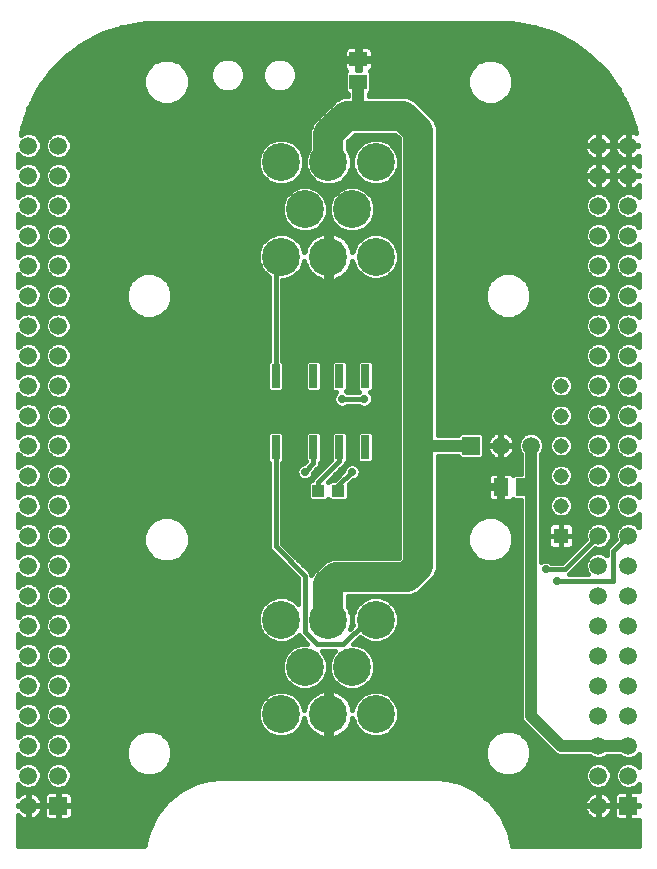
<source format=gtl>
G75*
G70*
%OFA0B0*%
%FSLAX24Y24*%
%IPPOS*%
%LPD*%
%AMOC8*
5,1,8,0,0,1.08239X$1,22.5*
%
%ADD10R,0.0512X0.0591*%
%ADD11R,0.0591X0.0512*%
%ADD12R,0.0594X0.0594*%
%ADD13C,0.0594*%
%ADD14C,0.1266*%
%ADD15R,0.0394X0.0433*%
%ADD16R,0.0276X0.0787*%
%ADD17R,0.0515X0.0515*%
%ADD18C,0.0515*%
%ADD19C,0.0160*%
%ADD20C,0.0290*%
%ADD21C,0.1000*%
%ADD22C,0.0400*%
D10*
X018626Y029000D03*
X019374Y029000D03*
D11*
X013875Y042501D03*
X013875Y043249D03*
D12*
X017625Y030375D03*
X022875Y018375D03*
X003875Y018375D03*
D13*
X003875Y019375D03*
X003875Y020375D03*
X003875Y021375D03*
X003875Y022375D03*
X003875Y023375D03*
X003875Y024375D03*
X003875Y025375D03*
X003875Y026375D03*
X003875Y027375D03*
X003875Y028375D03*
X003875Y029375D03*
X003875Y030375D03*
X003875Y031375D03*
X003875Y032375D03*
X003875Y033375D03*
X003875Y034375D03*
X003875Y035375D03*
X003875Y036375D03*
X003875Y037375D03*
X003875Y038375D03*
X003875Y039375D03*
X003875Y040375D03*
X002875Y040375D03*
X002875Y039375D03*
X002875Y038375D03*
X002875Y037375D03*
X002875Y036375D03*
X002875Y035375D03*
X002875Y034375D03*
X002875Y033375D03*
X002875Y032375D03*
X002875Y031375D03*
X002875Y030375D03*
X002875Y029375D03*
X002875Y028375D03*
X002875Y027375D03*
X002875Y026375D03*
X002875Y025375D03*
X002875Y024375D03*
X002875Y023375D03*
X002875Y022375D03*
X002875Y021375D03*
X002875Y020375D03*
X002875Y019375D03*
X002875Y018375D03*
X018625Y030375D03*
X019625Y030375D03*
X021875Y030375D03*
X021875Y029375D03*
X021875Y028375D03*
X021875Y027375D03*
X021875Y026375D03*
X021875Y025375D03*
X021875Y024375D03*
X021875Y023375D03*
X021875Y022375D03*
X021875Y021375D03*
X021875Y020375D03*
X021875Y019375D03*
X021875Y018375D03*
X022875Y019375D03*
X022875Y020375D03*
X022875Y021375D03*
X022875Y022375D03*
X022875Y023375D03*
X022875Y024375D03*
X022875Y025375D03*
X022875Y026375D03*
X022875Y027375D03*
X022875Y028375D03*
X022875Y029375D03*
X022875Y030375D03*
X022875Y031375D03*
X022875Y032375D03*
X022875Y033375D03*
X022875Y034375D03*
X022875Y035375D03*
X022875Y036375D03*
X022875Y037375D03*
X022875Y038375D03*
X022875Y039375D03*
X022875Y040375D03*
X021875Y040375D03*
X021875Y039375D03*
X021875Y038375D03*
X021875Y037375D03*
X021875Y036375D03*
X021875Y035375D03*
X021875Y034375D03*
X021875Y033375D03*
X021875Y032375D03*
X021875Y031375D03*
D14*
X014450Y036675D03*
X013662Y038250D03*
X012875Y039825D03*
X012088Y038250D03*
X012875Y036675D03*
X011300Y036675D03*
X011300Y039825D03*
X014450Y039825D03*
X014450Y024575D03*
X013662Y023000D03*
X014450Y021425D03*
X012875Y021425D03*
X012088Y023000D03*
X011300Y021425D03*
X011300Y024575D03*
X012875Y024575D03*
D15*
X012540Y028875D03*
X013210Y028875D03*
D16*
X013241Y030319D03*
X012375Y030319D03*
X011115Y030319D03*
X011115Y032681D03*
X012375Y032681D03*
X013241Y032681D03*
X014107Y032681D03*
X014107Y030319D03*
D17*
X020625Y027375D03*
D18*
X020625Y028375D03*
X020625Y029375D03*
X020625Y030375D03*
X020625Y031375D03*
X020625Y032375D03*
D19*
X002530Y018046D02*
X002530Y017030D01*
X006744Y017030D01*
X006853Y017507D01*
X006853Y017507D01*
X007113Y018046D01*
X007113Y018046D01*
X007486Y018514D01*
X007486Y018514D01*
X007486Y018514D01*
X007954Y018887D01*
X007954Y018887D01*
X008493Y019147D01*
X008493Y019147D01*
X009076Y019280D01*
X016674Y019280D01*
X017257Y019147D01*
X017796Y018887D01*
X018264Y018514D01*
X018264Y018514D01*
X018264Y018514D01*
X018637Y018046D01*
X018637Y018046D01*
X018897Y017507D01*
X018897Y017507D01*
X019006Y017030D01*
X023220Y017030D01*
X023220Y017905D01*
X023196Y017898D01*
X022893Y017898D01*
X022893Y018357D01*
X022857Y018357D01*
X022857Y017898D01*
X022554Y017898D01*
X022509Y017910D01*
X022468Y017934D01*
X022434Y017968D01*
X022410Y018009D01*
X022398Y018054D01*
X022398Y018357D01*
X022857Y018357D01*
X022857Y018393D01*
X022398Y018393D01*
X022398Y018696D01*
X022410Y018741D01*
X022434Y018782D01*
X022468Y018816D01*
X022509Y018840D01*
X022554Y018852D01*
X022857Y018852D01*
X022857Y018393D01*
X022893Y018393D01*
X022893Y018852D01*
X023196Y018852D01*
X023220Y018845D01*
X023220Y019102D01*
X023122Y019005D01*
X022962Y018938D01*
X022788Y018938D01*
X022628Y019005D01*
X022505Y019128D01*
X022438Y019288D01*
X022438Y019462D01*
X022505Y019622D01*
X022628Y019745D01*
X022788Y019812D01*
X022962Y019812D01*
X023122Y019745D01*
X023220Y019648D01*
X023220Y020102D01*
X023122Y020005D01*
X022962Y019938D01*
X022788Y019938D01*
X022628Y020005D01*
X022597Y020035D01*
X022153Y020035D01*
X022122Y020005D01*
X021962Y019938D01*
X021788Y019938D01*
X021628Y020005D01*
X021597Y020035D01*
X020557Y020035D01*
X020432Y020087D01*
X020337Y020182D01*
X019337Y021182D01*
X019285Y021307D01*
X019285Y028565D01*
X019060Y028565D01*
X019028Y028597D01*
X019026Y028594D01*
X018992Y028561D01*
X018951Y028537D01*
X018906Y028525D01*
X018674Y028525D01*
X018674Y028952D01*
X018578Y028952D01*
X018578Y028525D01*
X018346Y028525D01*
X018301Y028537D01*
X018260Y028561D01*
X018226Y028594D01*
X018202Y028635D01*
X018190Y028681D01*
X018190Y028952D01*
X018578Y028952D01*
X018578Y029048D01*
X018578Y029475D01*
X018346Y029475D01*
X018301Y029463D01*
X018260Y029439D01*
X018226Y029406D01*
X018202Y029365D01*
X018190Y029319D01*
X018190Y029048D01*
X018578Y029048D01*
X018674Y029048D01*
X018674Y029475D01*
X018906Y029475D01*
X018951Y029463D01*
X018992Y029439D01*
X019026Y029406D01*
X019028Y029403D01*
X019060Y029435D01*
X019285Y029435D01*
X019285Y030097D01*
X019255Y030128D01*
X019188Y030288D01*
X019188Y030462D01*
X019255Y030622D01*
X019378Y030745D01*
X019538Y030812D01*
X019712Y030812D01*
X019872Y030745D01*
X019995Y030622D01*
X020062Y030462D01*
X020062Y030288D01*
X019995Y030128D01*
X019965Y030097D01*
X019965Y026492D01*
X020068Y026535D01*
X020182Y026535D01*
X020286Y026492D01*
X020308Y026470D01*
X020659Y026470D01*
X021450Y027261D01*
X021438Y027288D01*
X021438Y027462D01*
X021505Y027622D01*
X021628Y027745D01*
X021788Y027812D01*
X021962Y027812D01*
X022122Y027745D01*
X022245Y027622D01*
X022312Y027462D01*
X022312Y027288D01*
X022245Y027128D01*
X022122Y027005D01*
X021962Y026938D01*
X021788Y026938D01*
X021761Y026950D01*
X020906Y026095D01*
X021537Y026095D01*
X021505Y026128D01*
X021438Y026288D01*
X021438Y026462D01*
X021505Y026622D01*
X021628Y026745D01*
X021788Y026812D01*
X021962Y026812D01*
X022122Y026745D01*
X022155Y026713D01*
X022155Y026966D01*
X022450Y027261D01*
X022438Y027288D01*
X022438Y027462D01*
X022505Y027622D01*
X022628Y027745D01*
X022788Y027812D01*
X022962Y027812D01*
X023122Y027745D01*
X023220Y027648D01*
X023220Y028102D01*
X023122Y028005D01*
X022962Y027938D01*
X022788Y027938D01*
X022628Y028005D01*
X022505Y028128D01*
X022438Y028288D01*
X022438Y028462D01*
X022505Y028622D01*
X022628Y028745D01*
X022788Y028812D01*
X022962Y028812D01*
X023122Y028745D01*
X023220Y028648D01*
X023220Y029102D01*
X023122Y029005D01*
X022962Y028938D01*
X022788Y028938D01*
X022628Y029005D01*
X022505Y029128D01*
X022438Y029288D01*
X022438Y029462D01*
X022505Y029622D01*
X022628Y029745D01*
X022788Y029812D01*
X022962Y029812D01*
X023122Y029745D01*
X023220Y029648D01*
X023220Y030102D01*
X023122Y030005D01*
X022962Y029938D01*
X022788Y029938D01*
X022628Y030005D01*
X022505Y030128D01*
X022438Y030288D01*
X022438Y030462D01*
X022505Y030622D01*
X022628Y030745D01*
X022788Y030812D01*
X022962Y030812D01*
X023122Y030745D01*
X023220Y030648D01*
X023220Y031102D01*
X023122Y031005D01*
X023220Y031005D01*
X023122Y031005D02*
X022962Y030938D01*
X022788Y030938D01*
X022628Y031005D01*
X022122Y031005D01*
X022245Y031128D01*
X022312Y031288D01*
X022312Y031462D01*
X022245Y031622D01*
X022122Y031745D01*
X021962Y031812D01*
X021788Y031812D01*
X021628Y031745D01*
X021505Y031622D01*
X021438Y031462D01*
X021438Y031288D01*
X021505Y031128D01*
X021628Y031005D01*
X020769Y031005D01*
X020704Y030978D02*
X020850Y031038D01*
X020962Y031150D01*
X021022Y031296D01*
X021022Y031454D01*
X020962Y031600D01*
X020850Y031712D01*
X020704Y031772D01*
X020546Y031772D01*
X020400Y031712D01*
X020288Y031600D01*
X020228Y031454D01*
X020228Y031296D01*
X020288Y031150D01*
X020400Y031038D01*
X020546Y030978D01*
X020704Y030978D01*
X020704Y030772D02*
X020546Y030772D01*
X020400Y030712D01*
X020288Y030600D01*
X020228Y030454D01*
X020228Y030296D01*
X020288Y030150D01*
X020400Y030038D01*
X020546Y029978D01*
X020704Y029978D01*
X020850Y030038D01*
X020962Y030150D01*
X021022Y030296D01*
X021022Y030454D01*
X020962Y030600D01*
X020850Y030712D01*
X020704Y030772D01*
X020875Y030688D02*
X021570Y030688D01*
X021628Y030745D02*
X021505Y030622D01*
X021438Y030462D01*
X021438Y030288D01*
X021505Y030128D01*
X021628Y030005D01*
X021788Y029938D01*
X021962Y029938D01*
X022122Y030005D01*
X022245Y030128D01*
X022312Y030288D01*
X022312Y030462D01*
X022245Y030622D01*
X022122Y030745D01*
X021962Y030812D01*
X021788Y030812D01*
X021628Y030745D01*
X021788Y030938D02*
X021628Y031005D01*
X021788Y030938D02*
X021962Y030938D01*
X022122Y031005D01*
X022260Y031163D02*
X022490Y031163D01*
X022505Y031128D02*
X022628Y031005D01*
X022505Y031128D02*
X022438Y031288D01*
X022438Y031462D01*
X022505Y031622D01*
X022628Y031745D01*
X022788Y031812D01*
X022962Y031812D01*
X023122Y031745D01*
X023220Y031648D01*
X023220Y032102D01*
X023122Y032005D01*
X022962Y031938D01*
X022788Y031938D01*
X022628Y032005D01*
X022505Y032128D01*
X022438Y032288D01*
X022438Y032462D01*
X022505Y032622D01*
X022628Y032745D01*
X022788Y032812D01*
X022962Y032812D01*
X023122Y032745D01*
X023220Y032648D01*
X023220Y033102D01*
X023122Y033005D01*
X022962Y032938D01*
X022788Y032938D01*
X022628Y033005D01*
X022505Y033128D01*
X022438Y033288D01*
X022438Y033462D01*
X022505Y033622D01*
X022628Y033745D01*
X022788Y033812D01*
X022962Y033812D01*
X023122Y033745D01*
X023220Y033648D01*
X023220Y034102D01*
X023122Y034005D01*
X022962Y033938D01*
X022788Y033938D01*
X022628Y034005D01*
X022505Y034128D01*
X022438Y034288D01*
X022438Y034462D01*
X022505Y034622D01*
X022628Y034745D01*
X022788Y034812D01*
X022962Y034812D01*
X023122Y034745D01*
X023220Y034648D01*
X023220Y035102D01*
X023122Y035005D01*
X022962Y034938D01*
X022788Y034938D01*
X022628Y035005D01*
X022505Y035128D01*
X022438Y035288D01*
X022438Y035462D01*
X022505Y035622D01*
X022628Y035745D01*
X022788Y035812D01*
X022962Y035812D01*
X023122Y035745D01*
X023220Y035648D01*
X023220Y036102D01*
X023122Y036005D01*
X022962Y035938D01*
X022788Y035938D01*
X022628Y036005D01*
X022505Y036128D01*
X022438Y036288D01*
X022438Y036462D01*
X022505Y036622D01*
X022628Y036745D01*
X022788Y036812D01*
X022962Y036812D01*
X023122Y036745D01*
X023220Y036648D01*
X023220Y037102D01*
X023122Y037005D01*
X022962Y036938D01*
X022788Y036938D01*
X022628Y037005D01*
X022505Y037128D01*
X022438Y037288D01*
X022438Y037462D01*
X022505Y037622D01*
X022628Y037745D01*
X022788Y037812D01*
X022962Y037812D01*
X023122Y037745D01*
X023220Y037648D01*
X023220Y038102D01*
X023122Y038005D01*
X022962Y037938D01*
X022788Y037938D01*
X022628Y038005D01*
X022505Y038128D01*
X022438Y038288D01*
X022438Y038462D01*
X022505Y038622D01*
X022628Y038745D01*
X022788Y038812D01*
X022962Y038812D01*
X023122Y038745D01*
X023220Y038648D01*
X023220Y039046D01*
X023186Y039011D01*
X023125Y038967D01*
X023058Y038933D01*
X022987Y038910D01*
X022913Y038898D01*
X022893Y038898D01*
X022893Y039357D01*
X022857Y039357D01*
X022857Y038898D01*
X022837Y038898D01*
X022763Y038910D01*
X022692Y038933D01*
X022625Y038967D01*
X022564Y039011D01*
X022511Y039064D01*
X022467Y039125D01*
X022433Y039192D01*
X022410Y039263D01*
X022398Y039337D01*
X022398Y039357D01*
X022857Y039357D01*
X022857Y039393D01*
X022398Y039393D01*
X022398Y039413D01*
X022410Y039487D01*
X022433Y039558D01*
X022467Y039625D01*
X022511Y039686D01*
X022564Y039739D01*
X022625Y039783D01*
X022692Y039817D01*
X022763Y039840D01*
X022837Y039852D01*
X022857Y039852D01*
X022857Y039393D01*
X022893Y039393D01*
X022893Y039852D01*
X022913Y039852D01*
X022987Y039840D01*
X023058Y039817D01*
X023125Y039783D01*
X023186Y039739D01*
X023220Y039704D01*
X023220Y039875D01*
X023214Y040039D01*
X023213Y040039D01*
X023214Y040039D02*
X023186Y040011D01*
X023125Y039967D01*
X023058Y039933D01*
X022987Y039910D01*
X022913Y039898D01*
X022893Y039898D01*
X022893Y040357D01*
X022857Y040357D01*
X022857Y039898D01*
X022837Y039898D01*
X022763Y039910D01*
X022692Y039933D01*
X022625Y039967D01*
X022564Y040011D01*
X022511Y040064D01*
X022467Y040125D01*
X022433Y040192D01*
X022410Y040263D01*
X022398Y040337D01*
X022398Y040357D01*
X022857Y040357D01*
X022857Y040393D01*
X022398Y040393D01*
X022398Y040413D01*
X022410Y040487D01*
X022433Y040558D01*
X022467Y040625D01*
X022511Y040686D01*
X022564Y040739D01*
X022625Y040783D01*
X022692Y040817D01*
X022763Y040840D01*
X022837Y040852D01*
X022857Y040852D01*
X022857Y040393D01*
X022893Y040393D01*
X022893Y040852D01*
X022913Y040852D01*
X022987Y040840D01*
X023058Y040817D01*
X023119Y040786D01*
X023093Y040948D01*
X022870Y041633D01*
X022543Y042276D01*
X022119Y042859D01*
X021609Y043369D01*
X021026Y043793D01*
X020383Y044120D01*
X019698Y044343D01*
X018986Y044456D01*
X018625Y044470D01*
X007125Y044470D01*
X006764Y044456D01*
X006052Y044343D01*
X005367Y044120D01*
X004724Y043793D01*
X004141Y043369D01*
X003631Y042859D01*
X003207Y042276D01*
X002880Y041633D01*
X002657Y040948D01*
X002624Y040742D01*
X002628Y040745D01*
X002788Y040812D01*
X002962Y040812D01*
X003122Y040745D01*
X003245Y040622D01*
X003312Y040462D01*
X003312Y040288D01*
X003245Y040128D01*
X003122Y040005D01*
X002962Y039938D01*
X002788Y039938D01*
X002628Y040005D01*
X002539Y040094D01*
X002530Y039875D01*
X002530Y039648D01*
X002628Y039745D01*
X002788Y039812D01*
X002962Y039812D01*
X003122Y039745D01*
X003245Y039622D01*
X003312Y039462D01*
X003312Y039288D01*
X003245Y039128D01*
X003122Y039005D01*
X002962Y038938D01*
X002788Y038938D01*
X002628Y039005D01*
X002530Y039102D01*
X002530Y038648D01*
X002628Y038745D01*
X002788Y038812D01*
X002962Y038812D01*
X003122Y038745D01*
X003245Y038622D01*
X003312Y038462D01*
X003312Y038288D01*
X003245Y038128D01*
X003122Y038005D01*
X002962Y037938D01*
X002788Y037938D01*
X002628Y038005D01*
X002530Y038102D01*
X002530Y037648D01*
X002628Y037745D01*
X002788Y037812D01*
X002962Y037812D01*
X003122Y037745D01*
X003245Y037622D01*
X003312Y037462D01*
X003312Y037288D01*
X003245Y037128D01*
X003122Y037005D01*
X002962Y036938D01*
X002788Y036938D01*
X002628Y037005D01*
X002530Y037102D01*
X002530Y036648D01*
X002628Y036745D01*
X002788Y036812D01*
X002962Y036812D01*
X003122Y036745D01*
X003245Y036622D01*
X003312Y036462D01*
X003312Y036288D01*
X003245Y036128D01*
X003122Y036005D01*
X002962Y035938D01*
X002788Y035938D01*
X002628Y036005D01*
X002530Y036102D01*
X002530Y035648D01*
X002628Y035745D01*
X002788Y035812D01*
X002962Y035812D01*
X003122Y035745D01*
X003245Y035622D01*
X003312Y035462D01*
X003312Y035288D01*
X003245Y035128D01*
X003122Y035005D01*
X002962Y034938D01*
X002788Y034938D01*
X002628Y035005D01*
X002530Y035102D01*
X002530Y034648D01*
X002628Y034745D01*
X002788Y034812D01*
X002962Y034812D01*
X003122Y034745D01*
X003245Y034622D01*
X003312Y034462D01*
X003312Y034288D01*
X003245Y034128D01*
X003122Y034005D01*
X002962Y033938D01*
X002788Y033938D01*
X002628Y034005D01*
X002530Y034102D01*
X002530Y033648D01*
X002628Y033745D01*
X002788Y033812D01*
X002962Y033812D01*
X003122Y033745D01*
X003245Y033622D01*
X003312Y033462D01*
X003312Y033288D01*
X003245Y033128D01*
X003122Y033005D01*
X002962Y032938D01*
X002788Y032938D01*
X002628Y033005D01*
X002530Y033102D01*
X002530Y032648D01*
X002628Y032745D01*
X002788Y032812D01*
X002962Y032812D01*
X003122Y032745D01*
X003245Y032622D01*
X003312Y032462D01*
X003312Y032288D01*
X003245Y032128D01*
X003122Y032005D01*
X002962Y031938D01*
X002788Y031938D01*
X002628Y032005D01*
X002530Y032102D01*
X002530Y031648D01*
X002628Y031745D01*
X002788Y031812D01*
X002962Y031812D01*
X003122Y031745D01*
X003245Y031622D01*
X003312Y031462D01*
X003312Y031288D01*
X003245Y031128D01*
X003122Y031005D01*
X003628Y031005D01*
X003788Y030938D01*
X003962Y030938D01*
X004122Y031005D01*
X015235Y031005D01*
X015235Y031163D02*
X004260Y031163D01*
X004245Y031128D02*
X004312Y031288D01*
X004312Y031462D01*
X004245Y031622D01*
X004122Y031745D01*
X003962Y031812D01*
X003788Y031812D01*
X003628Y031745D01*
X003505Y031622D01*
X003438Y031462D01*
X003438Y031288D01*
X003505Y031128D01*
X003628Y031005D01*
X003490Y031163D02*
X003260Y031163D01*
X003312Y031322D02*
X003438Y031322D01*
X003446Y031480D02*
X003304Y031480D01*
X003229Y031639D02*
X003521Y031639D01*
X003752Y031797D02*
X002998Y031797D01*
X003004Y031956D02*
X003746Y031956D01*
X003788Y031938D02*
X003962Y031938D01*
X004122Y032005D01*
X004245Y032128D01*
X004312Y032288D01*
X004312Y032462D01*
X004245Y032622D01*
X004122Y032745D01*
X003962Y032812D01*
X003788Y032812D01*
X003628Y032745D01*
X003505Y032622D01*
X003438Y032462D01*
X003438Y032288D01*
X003505Y032128D01*
X003628Y032005D01*
X003788Y031938D01*
X004004Y031956D02*
X013037Y031956D01*
X013037Y031985D02*
X013037Y031871D01*
X013080Y031767D01*
X013160Y031687D01*
X013265Y031643D01*
X013379Y031643D01*
X013483Y031687D01*
X013505Y031708D01*
X013889Y031708D01*
X013910Y031687D01*
X014015Y031643D01*
X014129Y031643D01*
X014233Y031687D01*
X014313Y031767D01*
X014357Y031871D01*
X014357Y031985D01*
X014313Y032090D01*
X014256Y032147D01*
X014303Y032147D01*
X014385Y032229D01*
X014385Y033133D01*
X014303Y033215D01*
X013911Y033215D01*
X013829Y033133D01*
X013829Y032229D01*
X013900Y032159D01*
X013889Y032148D01*
X013505Y032148D01*
X013483Y032170D01*
X013466Y032177D01*
X013519Y032229D01*
X013519Y033133D01*
X013437Y033215D01*
X013045Y033215D01*
X012963Y033133D01*
X012963Y032229D01*
X013045Y032147D01*
X013138Y032147D01*
X013080Y032090D01*
X013037Y031985D01*
X013105Y032114D02*
X004232Y032114D01*
X004305Y032273D02*
X010837Y032273D01*
X010837Y032229D02*
X010919Y032147D01*
X011311Y032147D01*
X011393Y032229D01*
X011393Y033133D01*
X011335Y033191D01*
X011335Y035902D01*
X011454Y035902D01*
X011738Y036020D01*
X011956Y036237D01*
X012073Y036521D01*
X012073Y036536D01*
X012076Y036516D01*
X012103Y036413D01*
X012144Y036315D01*
X012198Y036223D01*
X012262Y036138D01*
X012338Y036063D01*
X012422Y035998D01*
X012515Y035944D01*
X012613Y035904D01*
X012716Y035876D01*
X012795Y035866D01*
X012795Y036595D01*
X012955Y036595D01*
X012955Y035866D01*
X013034Y035876D01*
X013137Y035904D01*
X013235Y035944D01*
X013328Y035998D01*
X013412Y036063D01*
X013488Y036138D01*
X013552Y036223D01*
X013606Y036315D01*
X013647Y036413D01*
X013674Y036516D01*
X013677Y036536D01*
X013677Y036521D01*
X013794Y036237D01*
X014012Y036020D01*
X014296Y035902D01*
X014604Y035902D01*
X014888Y036020D01*
X015105Y036237D01*
X015223Y036521D01*
X015223Y036829D01*
X015105Y037113D01*
X014888Y037331D01*
X014604Y037448D01*
X014296Y037448D01*
X014012Y037331D01*
X013794Y037113D01*
X013677Y036829D01*
X013677Y036815D01*
X013674Y036834D01*
X013647Y036937D01*
X013606Y037036D01*
X013552Y037128D01*
X013488Y037212D01*
X013412Y037288D01*
X013328Y037353D01*
X013235Y037406D01*
X013137Y037447D01*
X013034Y037474D01*
X012955Y037485D01*
X012955Y036755D01*
X012795Y036755D01*
X012795Y037485D01*
X012716Y037474D01*
X012613Y037447D01*
X012515Y037406D01*
X012422Y037353D01*
X012338Y037288D01*
X012262Y037212D01*
X012198Y037128D01*
X012144Y037036D01*
X012103Y036937D01*
X012076Y036834D01*
X012073Y036815D01*
X012073Y036829D01*
X011956Y037113D01*
X011738Y037331D01*
X011454Y037448D01*
X011146Y037448D01*
X010862Y037331D01*
X010645Y037113D01*
X010527Y036829D01*
X010527Y036521D01*
X010645Y036237D01*
X010862Y036020D01*
X010895Y036006D01*
X010895Y033191D01*
X010837Y033133D01*
X010837Y032229D01*
X010837Y032431D02*
X004312Y032431D01*
X004259Y032590D02*
X010837Y032590D01*
X010837Y032748D02*
X004116Y032748D01*
X003962Y032938D02*
X004122Y033005D01*
X004245Y033128D01*
X004312Y033288D01*
X004312Y033462D01*
X004245Y033622D01*
X004122Y033745D01*
X003962Y033812D01*
X003788Y033812D01*
X003628Y033745D01*
X003505Y033622D01*
X003438Y033462D01*
X003438Y033288D01*
X003505Y033128D01*
X003628Y033005D01*
X003788Y032938D01*
X003962Y032938D01*
X004183Y033065D02*
X010837Y033065D01*
X010837Y032907D02*
X002530Y032907D01*
X002530Y033065D02*
X002567Y033065D01*
X002530Y032748D02*
X002634Y032748D01*
X003116Y032748D02*
X003634Y032748D01*
X003491Y032590D02*
X003259Y032590D01*
X003312Y032431D02*
X003438Y032431D01*
X003445Y032273D02*
X003305Y032273D01*
X003232Y032114D02*
X003518Y032114D01*
X003998Y031797D02*
X013068Y031797D01*
X013322Y031928D02*
X014072Y031928D01*
X014326Y031797D02*
X015235Y031797D01*
X015235Y031639D02*
X004229Y031639D01*
X004304Y031480D02*
X015235Y031480D01*
X015235Y031322D02*
X004312Y031322D01*
X004245Y031128D02*
X004122Y031005D01*
X003962Y030812D02*
X003788Y030812D01*
X003628Y030745D01*
X003505Y030622D01*
X003438Y030462D01*
X003438Y030288D01*
X003505Y030128D01*
X003628Y030005D01*
X003788Y029938D01*
X003962Y029938D01*
X004122Y030005D01*
X004245Y030128D01*
X004312Y030288D01*
X004312Y030462D01*
X004245Y030622D01*
X004122Y030745D01*
X003962Y030812D01*
X004180Y030688D02*
X010837Y030688D01*
X010837Y030771D02*
X010837Y029867D01*
X010895Y029809D01*
X010895Y026919D01*
X011024Y026790D01*
X011868Y025946D01*
X011868Y025101D01*
X011738Y025230D01*
X011454Y025348D01*
X011146Y025348D01*
X010862Y025230D01*
X010645Y025013D01*
X010527Y024729D01*
X010527Y024421D01*
X010645Y024137D01*
X010862Y023919D01*
X011146Y023802D01*
X011454Y023802D01*
X011738Y023919D01*
X011879Y024060D01*
X012166Y023773D01*
X011934Y023773D01*
X011650Y023655D01*
X011432Y023438D01*
X011315Y023154D01*
X011315Y022846D01*
X011432Y022562D01*
X011650Y022345D01*
X011934Y022227D01*
X012241Y022227D01*
X012526Y022345D01*
X012743Y022562D01*
X012861Y022846D01*
X012861Y023154D01*
X012743Y023438D01*
X012651Y023530D01*
X013099Y023530D01*
X013007Y023438D01*
X012889Y023154D01*
X012889Y022846D01*
X013007Y022562D01*
X013224Y022345D01*
X013509Y022227D01*
X013816Y022227D01*
X014100Y022345D01*
X014318Y022562D01*
X014435Y022846D01*
X014435Y023154D01*
X014318Y023438D01*
X014100Y023655D01*
X013816Y023773D01*
X013709Y023773D01*
X013934Y023998D01*
X014012Y023919D01*
X014296Y023802D01*
X014604Y023802D01*
X014888Y023919D01*
X015105Y024137D01*
X015223Y024421D01*
X015223Y024729D01*
X015105Y025013D01*
X014888Y025230D01*
X014604Y025348D01*
X014296Y025348D01*
X014012Y025230D01*
X013794Y025013D01*
X013677Y024729D01*
X013677Y024421D01*
X013694Y024380D01*
X013587Y024273D01*
X013648Y024421D01*
X013648Y024729D01*
X013530Y025013D01*
X013515Y025028D01*
X013515Y025360D01*
X015627Y025360D01*
X015863Y025457D01*
X016043Y025637D01*
X016418Y026012D01*
X016515Y026248D01*
X016515Y030035D01*
X017188Y030035D01*
X017188Y030020D01*
X017270Y029938D01*
X017980Y029938D01*
X018062Y030020D01*
X018062Y030730D01*
X017980Y030812D01*
X017270Y030812D01*
X017188Y030730D01*
X017188Y030715D01*
X016515Y030715D01*
X016515Y041002D01*
X016418Y041238D01*
X016238Y041418D01*
X016238Y041418D01*
X015918Y041738D01*
X015738Y041918D01*
X015502Y042015D01*
X014215Y042015D01*
X014215Y042105D01*
X014228Y042105D01*
X014310Y042187D01*
X014310Y042815D01*
X014278Y042847D01*
X014281Y042849D01*
X014314Y042883D01*
X014338Y042924D01*
X014350Y042969D01*
X014350Y043201D01*
X013923Y043201D01*
X013923Y043297D01*
X014350Y043297D01*
X014350Y043529D01*
X014338Y043574D01*
X014314Y043615D01*
X014281Y043649D01*
X014240Y043673D01*
X014194Y043685D01*
X013923Y043685D01*
X013923Y043297D01*
X013827Y043297D01*
X013827Y043201D01*
X013923Y043201D01*
X013923Y042897D01*
X013827Y042897D01*
X013827Y043201D01*
X013400Y043201D01*
X013400Y042969D01*
X013412Y042924D01*
X013436Y042883D01*
X013469Y042849D01*
X013472Y042847D01*
X013440Y042815D01*
X013440Y042187D01*
X013522Y042105D01*
X013535Y042105D01*
X013535Y042015D01*
X013373Y042015D01*
X013137Y041918D01*
X012957Y041738D01*
X012832Y041613D01*
X012332Y041113D01*
X012235Y040877D01*
X012235Y040278D01*
X012220Y040263D01*
X012102Y039979D01*
X012102Y039671D01*
X012220Y039387D01*
X012437Y039169D01*
X012721Y039052D01*
X013029Y039052D01*
X013313Y039169D01*
X013530Y039387D01*
X013648Y039671D01*
X013648Y039979D01*
X013530Y040263D01*
X013515Y040278D01*
X013515Y040485D01*
X013738Y040707D01*
X013765Y040735D01*
X015110Y040735D01*
X015235Y040610D01*
X015235Y026640D01*
X015235Y026640D01*
X012998Y026640D01*
X012762Y026543D01*
X012512Y026293D01*
X012332Y026113D01*
X012308Y026053D01*
X012308Y026129D01*
X012179Y026257D01*
X011335Y027101D01*
X011335Y029809D01*
X011393Y029867D01*
X011393Y030771D01*
X011311Y030853D01*
X010919Y030853D01*
X010837Y030771D01*
X010913Y030846D02*
X002530Y030846D01*
X002628Y030745D02*
X002530Y030648D01*
X002530Y031102D01*
X002628Y031005D01*
X002530Y031005D01*
X002628Y031005D02*
X002788Y030938D01*
X002962Y030938D01*
X003122Y031005D01*
X002962Y030812D02*
X002788Y030812D01*
X002628Y030745D01*
X002570Y030688D02*
X002530Y030688D01*
X002530Y030102D02*
X002628Y030005D01*
X002788Y029938D01*
X002962Y029938D01*
X003122Y030005D01*
X003245Y030128D01*
X003312Y030288D01*
X003312Y030462D01*
X003245Y030622D01*
X003122Y030745D01*
X002962Y030812D01*
X003180Y030688D02*
X003570Y030688D01*
X003466Y030529D02*
X003284Y030529D01*
X003312Y030371D02*
X003438Y030371D01*
X003470Y030212D02*
X003280Y030212D01*
X003171Y030054D02*
X003579Y030054D01*
X003628Y029745D02*
X003505Y029622D01*
X003438Y029462D01*
X003438Y029288D01*
X003505Y029128D01*
X003628Y029005D01*
X003788Y028938D01*
X003962Y028938D01*
X004122Y029005D01*
X004245Y029128D01*
X004312Y029288D01*
X004312Y029462D01*
X004245Y029622D01*
X004122Y029745D01*
X003962Y029812D01*
X003788Y029812D01*
X003628Y029745D01*
X003619Y029737D02*
X003131Y029737D01*
X003122Y029745D02*
X002962Y029812D01*
X002788Y029812D01*
X002628Y029745D01*
X002530Y029648D01*
X002530Y030102D01*
X002530Y030054D02*
X002579Y030054D01*
X002530Y029895D02*
X010837Y029895D01*
X010837Y030054D02*
X004171Y030054D01*
X004280Y030212D02*
X010837Y030212D01*
X010837Y030371D02*
X004312Y030371D01*
X004284Y030529D02*
X010837Y030529D01*
X011115Y030319D02*
X011115Y027010D01*
X012088Y026037D01*
X012088Y024162D01*
X012500Y023750D01*
X013375Y023750D01*
X014125Y024500D01*
X014375Y024500D01*
X014450Y024575D01*
X014723Y025299D02*
X019285Y025299D01*
X019285Y025457D02*
X015862Y025457D01*
X016021Y025616D02*
X019285Y025616D01*
X019285Y025774D02*
X016179Y025774D01*
X016338Y025933D02*
X019285Y025933D01*
X019285Y026091D02*
X016450Y026091D01*
X016515Y026250D02*
X019285Y026250D01*
X019285Y026408D02*
X016515Y026408D01*
X016515Y026567D02*
X017902Y026567D01*
X017830Y026596D02*
X018115Y026478D01*
X018423Y026478D01*
X018707Y026596D01*
X018925Y026814D01*
X019042Y027098D01*
X019042Y027406D01*
X018925Y027690D01*
X018707Y027908D01*
X018423Y028026D01*
X018115Y028026D01*
X017830Y027908D01*
X017613Y027690D01*
X017495Y027406D01*
X017495Y027098D01*
X017613Y026814D01*
X017830Y026596D01*
X017701Y026725D02*
X016515Y026725D01*
X016515Y026884D02*
X017584Y026884D01*
X017518Y027042D02*
X016515Y027042D01*
X016515Y027201D02*
X017495Y027201D01*
X017495Y027359D02*
X016515Y027359D01*
X016515Y027518D02*
X017541Y027518D01*
X017607Y027676D02*
X016515Y027676D01*
X016515Y027835D02*
X017757Y027835D01*
X018036Y027993D02*
X016515Y027993D01*
X016515Y028152D02*
X019285Y028152D01*
X019285Y028310D02*
X016515Y028310D01*
X016515Y028469D02*
X019285Y028469D01*
X019285Y027993D02*
X018501Y027993D01*
X018780Y027835D02*
X019285Y027835D01*
X019285Y027676D02*
X018930Y027676D01*
X018996Y027518D02*
X019285Y027518D01*
X019285Y027359D02*
X019042Y027359D01*
X019042Y027201D02*
X019285Y027201D01*
X019285Y027042D02*
X019019Y027042D01*
X018954Y026884D02*
X019285Y026884D01*
X019285Y026725D02*
X018836Y026725D01*
X018636Y026567D02*
X019285Y026567D01*
X019965Y026567D02*
X020755Y026567D01*
X020914Y026725D02*
X019965Y026725D01*
X019965Y026884D02*
X021072Y026884D01*
X020993Y026973D02*
X021027Y027007D01*
X021050Y027048D01*
X021062Y027094D01*
X021062Y027375D01*
X021062Y027656D01*
X021050Y027702D01*
X021027Y027743D01*
X020993Y027777D01*
X020952Y027800D01*
X020906Y027812D01*
X020625Y027812D01*
X020344Y027812D01*
X020298Y027800D01*
X020257Y027777D01*
X020223Y027743D01*
X020200Y027702D01*
X020188Y027656D01*
X020188Y027375D01*
X020188Y027094D01*
X020200Y027048D01*
X020223Y027007D01*
X020257Y026973D01*
X020298Y026950D01*
X020344Y026938D01*
X020625Y026938D01*
X020906Y026938D01*
X020952Y026950D01*
X020993Y026973D01*
X021047Y027042D02*
X021231Y027042D01*
X021389Y027201D02*
X021062Y027201D01*
X021062Y027359D02*
X021438Y027359D01*
X021461Y027518D02*
X021062Y027518D01*
X021062Y027375D02*
X020625Y027375D01*
X020625Y027375D01*
X020625Y027375D01*
X020625Y027812D01*
X020625Y027375D01*
X021062Y027375D01*
X021057Y027676D02*
X021558Y027676D01*
X021656Y027993D02*
X020741Y027993D01*
X020704Y027978D02*
X020850Y028038D01*
X020962Y028150D01*
X021022Y028296D01*
X021022Y028454D01*
X020962Y028600D01*
X020850Y028712D01*
X020704Y028772D01*
X020546Y028772D01*
X020400Y028712D01*
X020288Y028600D01*
X020228Y028454D01*
X020228Y028296D01*
X020288Y028150D01*
X020400Y028038D01*
X020546Y027978D01*
X020704Y027978D01*
X020508Y027993D02*
X019965Y027993D01*
X019965Y027835D02*
X023220Y027835D01*
X023220Y027993D02*
X023094Y027993D01*
X023192Y027676D02*
X023220Y027676D01*
X022875Y027375D02*
X022375Y026875D01*
X022375Y025875D01*
X020500Y025875D01*
X020750Y026250D02*
X021875Y027375D01*
X022276Y027201D02*
X022389Y027201D01*
X022438Y027359D02*
X022312Y027359D01*
X022289Y027518D02*
X022461Y027518D01*
X022558Y027676D02*
X022192Y027676D01*
X022094Y027993D02*
X022656Y027993D01*
X022495Y028152D02*
X022255Y028152D01*
X022245Y028128D02*
X022312Y028288D01*
X022312Y028462D01*
X022245Y028622D01*
X022122Y028745D01*
X021962Y028812D01*
X021788Y028812D01*
X021628Y028745D01*
X021505Y028622D01*
X021438Y028462D01*
X021438Y028288D01*
X021505Y028128D01*
X021628Y028005D01*
X021788Y027938D01*
X021962Y027938D01*
X022122Y028005D01*
X022245Y028128D01*
X022312Y028310D02*
X022438Y028310D01*
X022441Y028469D02*
X022309Y028469D01*
X022241Y028627D02*
X022509Y028627D01*
X022725Y028786D02*
X022025Y028786D01*
X021962Y028938D02*
X021788Y028938D01*
X021628Y029005D01*
X021505Y029128D01*
X021438Y029288D01*
X021438Y029462D01*
X021505Y029622D01*
X021628Y029745D01*
X021788Y029812D01*
X021962Y029812D01*
X022122Y029745D01*
X022245Y029622D01*
X022312Y029462D01*
X022312Y029288D01*
X022245Y029128D01*
X022122Y029005D01*
X021962Y028938D01*
X021976Y028944D02*
X022774Y028944D01*
X022976Y028944D02*
X023220Y028944D01*
X023220Y028786D02*
X023025Y028786D01*
X022530Y029103D02*
X022220Y029103D01*
X022301Y029261D02*
X022449Y029261D01*
X022438Y029420D02*
X022312Y029420D01*
X022264Y029578D02*
X022486Y029578D01*
X022619Y029737D02*
X022131Y029737D01*
X022171Y030054D02*
X022579Y030054D01*
X022470Y030212D02*
X022280Y030212D01*
X022312Y030371D02*
X022438Y030371D01*
X022466Y030529D02*
X022284Y030529D01*
X022180Y030688D02*
X022570Y030688D01*
X022438Y031322D02*
X022312Y031322D01*
X022304Y031480D02*
X022446Y031480D01*
X022521Y031639D02*
X022229Y031639D01*
X021998Y031797D02*
X022752Y031797D01*
X022746Y031956D02*
X022004Y031956D01*
X021962Y031938D02*
X022122Y032005D01*
X022245Y032128D01*
X022312Y032288D01*
X022312Y032462D01*
X022245Y032622D01*
X022122Y032745D01*
X021962Y032812D01*
X021788Y032812D01*
X021628Y032745D01*
X021505Y032622D01*
X021438Y032462D01*
X021438Y032288D01*
X021505Y032128D01*
X021628Y032005D01*
X021788Y031938D01*
X021962Y031938D01*
X021746Y031956D02*
X016515Y031956D01*
X016515Y032114D02*
X020324Y032114D01*
X020288Y032150D02*
X020400Y032038D01*
X020546Y031978D01*
X020704Y031978D01*
X020850Y032038D01*
X020962Y032150D01*
X021022Y032296D01*
X021022Y032454D01*
X020962Y032600D01*
X020850Y032712D01*
X020704Y032772D01*
X020546Y032772D01*
X020400Y032712D01*
X020288Y032600D01*
X020228Y032454D01*
X020228Y032296D01*
X020288Y032150D01*
X020237Y032273D02*
X016515Y032273D01*
X016515Y032431D02*
X020228Y032431D01*
X020284Y032590D02*
X016515Y032590D01*
X016515Y032748D02*
X020487Y032748D01*
X020763Y032748D02*
X021634Y032748D01*
X021491Y032590D02*
X020966Y032590D01*
X021022Y032431D02*
X021438Y032431D01*
X021445Y032273D02*
X021013Y032273D01*
X020926Y032114D02*
X021518Y032114D01*
X021752Y031797D02*
X016515Y031797D01*
X016515Y031639D02*
X020326Y031639D01*
X020238Y031480D02*
X016515Y031480D01*
X016515Y031322D02*
X020228Y031322D01*
X020283Y031163D02*
X016515Y031163D01*
X016515Y031005D02*
X020481Y031005D01*
X020375Y030688D02*
X019930Y030688D01*
X020034Y030529D02*
X020259Y030529D01*
X020228Y030371D02*
X020062Y030371D01*
X020030Y030212D02*
X020262Y030212D01*
X020384Y030054D02*
X019965Y030054D01*
X019965Y029895D02*
X023220Y029895D01*
X023220Y029737D02*
X023131Y029737D01*
X023171Y030054D02*
X023220Y030054D01*
X023220Y030688D02*
X023180Y030688D01*
X023220Y030846D02*
X018699Y030846D01*
X018663Y030852D02*
X018643Y030852D01*
X018643Y030393D01*
X019102Y030393D01*
X019102Y030413D01*
X019090Y030487D01*
X019067Y030558D01*
X019033Y030625D01*
X018989Y030686D01*
X018936Y030739D01*
X018875Y030783D01*
X018808Y030817D01*
X018737Y030840D01*
X018663Y030852D01*
X018643Y030846D02*
X018607Y030846D01*
X018607Y030852D02*
X018587Y030852D01*
X018513Y030840D01*
X018442Y030817D01*
X018375Y030783D01*
X018314Y030739D01*
X018261Y030686D01*
X018217Y030625D01*
X018183Y030558D01*
X018160Y030487D01*
X018148Y030413D01*
X018148Y030393D01*
X018607Y030393D01*
X018607Y030357D01*
X018643Y030357D01*
X018643Y030393D01*
X018607Y030393D01*
X018607Y030852D01*
X018551Y030846D02*
X016515Y030846D01*
X016515Y029895D02*
X019285Y029895D01*
X019285Y029737D02*
X016515Y029737D01*
X016515Y029578D02*
X019285Y029578D01*
X019044Y029420D02*
X019012Y029420D01*
X018808Y029933D02*
X018875Y029967D01*
X018936Y030011D01*
X018989Y030064D01*
X019033Y030125D01*
X019067Y030192D01*
X019090Y030263D01*
X019102Y030337D01*
X019102Y030357D01*
X018643Y030357D01*
X018643Y029898D01*
X018663Y029898D01*
X018737Y029910D01*
X018808Y029933D01*
X018643Y030054D02*
X018607Y030054D01*
X018607Y029898D02*
X018607Y030357D01*
X018148Y030357D01*
X018148Y030337D01*
X018160Y030263D01*
X018183Y030192D01*
X018217Y030125D01*
X018261Y030064D01*
X018314Y030011D01*
X018375Y029967D01*
X018442Y029933D01*
X018513Y029910D01*
X018587Y029898D01*
X018607Y029898D01*
X018607Y030212D02*
X018643Y030212D01*
X018643Y030371D02*
X019188Y030371D01*
X019216Y030529D02*
X019076Y030529D01*
X018987Y030688D02*
X019320Y030688D01*
X019220Y030212D02*
X019073Y030212D01*
X018978Y030054D02*
X019285Y030054D01*
X018607Y030371D02*
X018062Y030371D01*
X018062Y030529D02*
X018174Y030529D01*
X018263Y030688D02*
X018062Y030688D01*
X018062Y030212D02*
X018177Y030212D01*
X018272Y030054D02*
X018062Y030054D01*
X018240Y029420D02*
X016515Y029420D01*
X016515Y029261D02*
X018190Y029261D01*
X018190Y029103D02*
X016515Y029103D01*
X016515Y028944D02*
X018190Y028944D01*
X018190Y028786D02*
X016515Y028786D01*
X016515Y028627D02*
X018207Y028627D01*
X018578Y028627D02*
X018674Y028627D01*
X018674Y028786D02*
X018578Y028786D01*
X018578Y028944D02*
X018674Y028944D01*
X018674Y029103D02*
X018578Y029103D01*
X018578Y029261D02*
X018674Y029261D01*
X018674Y029420D02*
X018578Y029420D01*
X018607Y030529D02*
X018643Y030529D01*
X018643Y030688D02*
X018607Y030688D01*
X019965Y029737D02*
X020459Y029737D01*
X020400Y029712D02*
X020546Y029772D01*
X020704Y029772D01*
X020850Y029712D01*
X020962Y029600D01*
X021022Y029454D01*
X021022Y029296D01*
X020962Y029150D01*
X020850Y029038D01*
X020704Y028978D01*
X020546Y028978D01*
X020400Y029038D01*
X020288Y029150D01*
X020228Y029296D01*
X020228Y029454D01*
X020288Y029600D01*
X020400Y029712D01*
X020279Y029578D02*
X019965Y029578D01*
X019965Y029420D02*
X020228Y029420D01*
X020242Y029261D02*
X019965Y029261D01*
X019965Y029103D02*
X020335Y029103D01*
X019965Y028944D02*
X021774Y028944D01*
X021725Y028786D02*
X019965Y028786D01*
X019965Y028627D02*
X020315Y028627D01*
X020234Y028469D02*
X019965Y028469D01*
X019965Y028310D02*
X020228Y028310D01*
X020287Y028152D02*
X019965Y028152D01*
X019965Y027676D02*
X020193Y027676D01*
X020188Y027518D02*
X019965Y027518D01*
X019965Y027359D02*
X020188Y027359D01*
X020188Y027375D02*
X020625Y027375D01*
X020625Y026938D01*
X020625Y027375D01*
X020625Y027375D01*
X020625Y027375D01*
X020188Y027375D01*
X020188Y027201D02*
X019965Y027201D01*
X019965Y027042D02*
X020203Y027042D01*
X020625Y027042D02*
X020625Y027042D01*
X020625Y027201D02*
X020625Y027201D01*
X020625Y027359D02*
X020625Y027359D01*
X020625Y027518D02*
X020625Y027518D01*
X020625Y027676D02*
X020625Y027676D01*
X020963Y028152D02*
X021495Y028152D01*
X021438Y028310D02*
X021022Y028310D01*
X021016Y028469D02*
X021441Y028469D01*
X021509Y028627D02*
X020935Y028627D01*
X020915Y029103D02*
X021530Y029103D01*
X021449Y029261D02*
X021008Y029261D01*
X021022Y029420D02*
X021438Y029420D01*
X021486Y029578D02*
X020971Y029578D01*
X020791Y029737D02*
X021619Y029737D01*
X021579Y030054D02*
X020866Y030054D01*
X020988Y030212D02*
X021470Y030212D01*
X021438Y030371D02*
X021022Y030371D01*
X020991Y030529D02*
X021466Y030529D01*
X021490Y031163D02*
X020967Y031163D01*
X021022Y031322D02*
X021438Y031322D01*
X021446Y031480D02*
X021012Y031480D01*
X020924Y031639D02*
X021521Y031639D01*
X022116Y032748D02*
X022634Y032748D01*
X022491Y032590D02*
X022259Y032590D01*
X022312Y032431D02*
X022438Y032431D01*
X022445Y032273D02*
X022305Y032273D01*
X022232Y032114D02*
X022518Y032114D01*
X023004Y031956D02*
X023220Y031956D01*
X023220Y031797D02*
X022998Y031797D01*
X023116Y032748D02*
X023220Y032748D01*
X023220Y032907D02*
X016515Y032907D01*
X016515Y033065D02*
X021567Y033065D01*
X021628Y033005D02*
X021788Y032938D01*
X021962Y032938D01*
X022122Y033005D01*
X022245Y033128D01*
X022312Y033288D01*
X022312Y033462D01*
X022245Y033622D01*
X022122Y033745D01*
X021962Y033812D01*
X021788Y033812D01*
X021628Y033745D01*
X021505Y033622D01*
X021438Y033462D01*
X021438Y033288D01*
X021505Y033128D01*
X021628Y033005D01*
X021465Y033224D02*
X016515Y033224D01*
X016515Y033382D02*
X021438Y033382D01*
X021471Y033541D02*
X016515Y033541D01*
X016515Y033699D02*
X021581Y033699D01*
X021628Y034005D02*
X021788Y033938D01*
X021962Y033938D01*
X022122Y034005D01*
X022245Y034128D01*
X022312Y034288D01*
X022312Y034462D01*
X022245Y034622D01*
X022122Y034745D01*
X021962Y034812D01*
X021788Y034812D01*
X021628Y034745D01*
X021505Y034622D01*
X021438Y034462D01*
X021438Y034288D01*
X021505Y034128D01*
X021628Y034005D01*
X021616Y034016D02*
X016515Y034016D01*
X016515Y033858D02*
X023220Y033858D01*
X023220Y034016D02*
X023134Y034016D01*
X023169Y033699D02*
X023220Y033699D01*
X023220Y033065D02*
X023183Y033065D01*
X022616Y034016D02*
X022134Y034016D01*
X022265Y034175D02*
X022485Y034175D01*
X022438Y034333D02*
X022312Y034333D01*
X022300Y034492D02*
X022450Y034492D01*
X022532Y034650D02*
X022218Y034650D01*
X021970Y034809D02*
X022780Y034809D01*
X022718Y034967D02*
X022032Y034967D01*
X021962Y034938D02*
X022122Y035005D01*
X022245Y035128D01*
X022312Y035288D01*
X022312Y035462D01*
X022245Y035622D01*
X022122Y035745D01*
X021962Y035812D01*
X021788Y035812D01*
X021628Y035745D01*
X021505Y035622D01*
X021438Y035462D01*
X021438Y035288D01*
X021505Y035128D01*
X021628Y035005D01*
X021788Y034938D01*
X021962Y034938D01*
X021780Y034809D02*
X019386Y034809D01*
X019298Y034720D02*
X019013Y034602D01*
X018705Y034602D01*
X018421Y034720D01*
X018203Y034938D01*
X018086Y035222D01*
X018086Y035530D01*
X018203Y035814D01*
X018421Y036032D01*
X018705Y036150D01*
X019013Y036150D01*
X019298Y036032D01*
X019515Y035814D01*
X019633Y035530D01*
X019633Y035222D01*
X019515Y034938D01*
X019298Y034720D01*
X019128Y034650D02*
X021532Y034650D01*
X021450Y034492D02*
X016515Y034492D01*
X016515Y034650D02*
X018590Y034650D01*
X018333Y034809D02*
X016515Y034809D01*
X016515Y034967D02*
X018191Y034967D01*
X018126Y035126D02*
X016515Y035126D01*
X016515Y035284D02*
X018086Y035284D01*
X018086Y035443D02*
X016515Y035443D01*
X016515Y035601D02*
X018115Y035601D01*
X018181Y035760D02*
X016515Y035760D01*
X016515Y035918D02*
X018307Y035918D01*
X018529Y036077D02*
X016515Y036077D01*
X016515Y036235D02*
X021460Y036235D01*
X021438Y036288D02*
X021505Y036128D01*
X021628Y036005D01*
X021788Y035938D01*
X021962Y035938D01*
X022122Y036005D01*
X022245Y036128D01*
X022312Y036288D01*
X022312Y036462D01*
X022245Y036622D01*
X022122Y036745D01*
X021962Y036812D01*
X021788Y036812D01*
X021628Y036745D01*
X021505Y036622D01*
X021438Y036462D01*
X021438Y036288D01*
X021438Y036394D02*
X016515Y036394D01*
X016515Y036552D02*
X021475Y036552D01*
X021593Y036711D02*
X016515Y036711D01*
X016515Y036869D02*
X023220Y036869D01*
X023220Y036711D02*
X023157Y036711D01*
X023145Y037028D02*
X023220Y037028D01*
X022605Y037028D02*
X022145Y037028D01*
X022122Y037005D02*
X022245Y037128D01*
X022312Y037288D01*
X022312Y037462D01*
X022245Y037622D01*
X022122Y037745D01*
X021962Y037812D01*
X021788Y037812D01*
X021628Y037745D01*
X021505Y037622D01*
X021438Y037462D01*
X021438Y037288D01*
X021505Y037128D01*
X021628Y037005D01*
X021788Y036938D01*
X021962Y036938D01*
X022122Y037005D01*
X022270Y037186D02*
X022480Y037186D01*
X022438Y037345D02*
X022312Y037345D01*
X022295Y037503D02*
X022455Y037503D01*
X022544Y037662D02*
X022206Y037662D01*
X022059Y037979D02*
X022691Y037979D01*
X022501Y038137D02*
X022249Y038137D01*
X022245Y038128D02*
X022312Y038288D01*
X022312Y038462D01*
X022245Y038622D01*
X022122Y038745D01*
X021962Y038812D01*
X021788Y038812D01*
X021628Y038745D01*
X021505Y038622D01*
X021438Y038462D01*
X021438Y038288D01*
X021505Y038128D01*
X021628Y038005D01*
X021788Y037938D01*
X021962Y037938D01*
X022122Y038005D01*
X022245Y038128D01*
X022312Y038296D02*
X022438Y038296D01*
X022438Y038454D02*
X022312Y038454D01*
X022249Y038613D02*
X022501Y038613D01*
X022690Y038771D02*
X022060Y038771D01*
X021987Y038910D02*
X022058Y038933D01*
X022125Y038967D01*
X022186Y039011D01*
X022239Y039064D01*
X022283Y039125D01*
X022317Y039192D01*
X022340Y039263D01*
X022352Y039337D01*
X022352Y039357D01*
X021893Y039357D01*
X021893Y039393D01*
X021857Y039393D01*
X021857Y039357D01*
X021398Y039357D01*
X021398Y039337D01*
X021410Y039263D01*
X021433Y039192D01*
X021467Y039125D01*
X021511Y039064D01*
X021564Y039011D01*
X021625Y038967D01*
X021692Y038933D01*
X021763Y038910D01*
X021837Y038898D01*
X021857Y038898D01*
X021857Y039357D01*
X021893Y039357D01*
X021893Y038898D01*
X021913Y038898D01*
X021987Y038910D01*
X022047Y038930D02*
X022703Y038930D01*
X022857Y038930D02*
X022893Y038930D01*
X023047Y038930D02*
X023220Y038930D01*
X023220Y038771D02*
X023060Y038771D01*
X022893Y039088D02*
X022857Y039088D01*
X022857Y039247D02*
X022893Y039247D01*
X022893Y039357D02*
X022893Y039393D01*
X023220Y039393D01*
X023220Y039357D01*
X022893Y039357D01*
X022893Y039405D02*
X022857Y039405D01*
X022857Y039564D02*
X022893Y039564D01*
X022893Y039722D02*
X022857Y039722D01*
X022857Y040039D02*
X022893Y040039D01*
X022893Y040198D02*
X022857Y040198D01*
X022857Y040356D02*
X022893Y040356D01*
X022893Y040357D02*
X022893Y040393D01*
X023181Y040393D01*
X023187Y040357D01*
X022893Y040357D01*
X022893Y040515D02*
X022857Y040515D01*
X022857Y040673D02*
X022893Y040673D01*
X022893Y040832D02*
X022857Y040832D01*
X022737Y040832D02*
X022013Y040832D01*
X021987Y040840D02*
X021913Y040852D01*
X021893Y040852D01*
X021893Y040393D01*
X021857Y040393D01*
X021857Y040357D01*
X021398Y040357D01*
X021398Y040337D01*
X021410Y040263D01*
X021433Y040192D01*
X021467Y040125D01*
X021511Y040064D01*
X021564Y040011D01*
X021625Y039967D01*
X021692Y039933D01*
X021763Y039910D01*
X021837Y039898D01*
X021857Y039898D01*
X021857Y040357D01*
X021893Y040357D01*
X021893Y040393D01*
X022352Y040393D01*
X022352Y040413D01*
X022340Y040487D01*
X022317Y040558D01*
X022283Y040625D01*
X022239Y040686D01*
X022186Y040739D01*
X022125Y040783D01*
X022058Y040817D01*
X021987Y040840D01*
X021893Y040832D02*
X021857Y040832D01*
X021857Y040852D02*
X021837Y040852D01*
X021763Y040840D01*
X021692Y040817D01*
X021625Y040783D01*
X021564Y040739D01*
X021511Y040686D01*
X021467Y040625D01*
X021433Y040558D01*
X021410Y040487D01*
X021398Y040413D01*
X021398Y040393D01*
X021857Y040393D01*
X021857Y040852D01*
X021737Y040832D02*
X016515Y040832D01*
X016515Y040990D02*
X023079Y040990D01*
X023111Y040832D02*
X023013Y040832D01*
X023028Y041149D02*
X016454Y041149D01*
X016348Y041307D02*
X022976Y041307D01*
X022925Y041466D02*
X016190Y041466D01*
X016031Y041624D02*
X022873Y041624D01*
X022794Y041783D02*
X018554Y041783D01*
X018423Y041728D02*
X018707Y041846D01*
X018925Y042064D01*
X019042Y042348D01*
X019042Y042656D01*
X018925Y042940D01*
X018707Y043158D01*
X018423Y043276D01*
X018115Y043276D01*
X017830Y043158D01*
X017613Y042940D01*
X017495Y042656D01*
X017495Y042348D01*
X017613Y042064D01*
X017830Y041846D01*
X018115Y041728D01*
X018423Y041728D01*
X018802Y041941D02*
X022713Y041941D01*
X022633Y042100D02*
X018939Y042100D01*
X019005Y042258D02*
X022552Y042258D01*
X022441Y042417D02*
X019042Y042417D01*
X019042Y042575D02*
X022326Y042575D01*
X022210Y042734D02*
X019010Y042734D01*
X018945Y042892D02*
X022086Y042892D01*
X021928Y043051D02*
X018814Y043051D01*
X018583Y043209D02*
X021769Y043209D01*
X021611Y043368D02*
X014350Y043368D01*
X014350Y043526D02*
X021393Y043526D01*
X021175Y043685D02*
X014195Y043685D01*
X013923Y043685D02*
X013827Y043685D01*
X013556Y043685D01*
X013510Y043673D01*
X013469Y043649D01*
X013436Y043615D01*
X013412Y043574D01*
X013400Y043529D01*
X013400Y043297D01*
X013827Y043297D01*
X013827Y043685D01*
X013827Y043526D02*
X013923Y043526D01*
X013923Y043368D02*
X013827Y043368D01*
X013827Y043209D02*
X011579Y043209D01*
X011568Y043220D02*
X011356Y043308D01*
X011126Y043308D01*
X010914Y043220D01*
X010752Y043058D01*
X010664Y042846D01*
X010664Y042617D01*
X010752Y042405D01*
X010914Y042242D01*
X011126Y042154D01*
X011356Y042154D01*
X011568Y042242D01*
X011730Y042405D01*
X011818Y042617D01*
X011818Y042846D01*
X011730Y043058D01*
X011568Y043220D01*
X011733Y043051D02*
X013400Y043051D01*
X013430Y042892D02*
X011799Y042892D01*
X011818Y042734D02*
X013440Y042734D01*
X013440Y042575D02*
X011801Y042575D01*
X011735Y042417D02*
X013440Y042417D01*
X013440Y042258D02*
X011584Y042258D01*
X010899Y042258D02*
X009851Y042258D01*
X009836Y042242D02*
X009998Y042405D01*
X010086Y042617D01*
X010086Y042846D01*
X009998Y043058D01*
X009836Y043220D01*
X009624Y043308D01*
X009394Y043308D01*
X009182Y043220D01*
X009020Y043058D01*
X008932Y042846D01*
X008932Y042617D01*
X009020Y042405D01*
X009182Y042242D01*
X009394Y042154D01*
X009624Y042154D01*
X009836Y042242D01*
X010003Y042417D02*
X010747Y042417D01*
X010681Y042575D02*
X010069Y042575D01*
X010086Y042734D02*
X010664Y042734D01*
X010683Y042892D02*
X010067Y042892D01*
X010001Y043051D02*
X010749Y043051D01*
X010903Y043209D02*
X009847Y043209D01*
X009171Y043209D02*
X007796Y043209D01*
X007920Y043158D02*
X007635Y043276D01*
X007327Y043276D01*
X007043Y043158D01*
X006825Y042940D01*
X006708Y042656D01*
X006708Y042348D01*
X006825Y042064D01*
X007043Y041846D01*
X007327Y041728D01*
X007635Y041728D01*
X007920Y041846D01*
X008137Y042064D01*
X008255Y042348D01*
X008255Y042656D01*
X008137Y042940D01*
X007920Y043158D01*
X008027Y043051D02*
X009017Y043051D01*
X008951Y042892D02*
X008157Y042892D01*
X008223Y042734D02*
X008932Y042734D01*
X008949Y042575D02*
X008255Y042575D01*
X008255Y042417D02*
X009015Y042417D01*
X009166Y042258D02*
X008218Y042258D01*
X008152Y042100D02*
X013535Y042100D01*
X013194Y041941D02*
X008015Y041941D01*
X007766Y041783D02*
X013002Y041783D01*
X012844Y041624D02*
X002877Y041624D01*
X002825Y041466D02*
X012685Y041466D01*
X012527Y041307D02*
X002774Y041307D01*
X002722Y041149D02*
X012368Y041149D01*
X012282Y040990D02*
X002671Y040990D01*
X002639Y040832D02*
X012235Y040832D01*
X012235Y040673D02*
X004195Y040673D01*
X004245Y040622D02*
X004122Y040745D01*
X003962Y040812D01*
X003788Y040812D01*
X003628Y040745D01*
X003505Y040622D01*
X003438Y040462D01*
X003438Y040288D01*
X003505Y040128D01*
X003628Y040005D01*
X003788Y039938D01*
X003962Y039938D01*
X004122Y040005D01*
X004245Y040128D01*
X004312Y040288D01*
X004312Y040462D01*
X004245Y040622D01*
X004290Y040515D02*
X010945Y040515D01*
X010862Y040480D02*
X011146Y040598D01*
X011454Y040598D01*
X011738Y040480D01*
X011956Y040263D01*
X012073Y039979D01*
X012073Y039671D01*
X011956Y039387D01*
X011738Y039169D01*
X011454Y039052D01*
X011146Y039052D01*
X010862Y039169D01*
X010645Y039387D01*
X010527Y039671D01*
X010527Y039979D01*
X010645Y040263D01*
X010862Y040480D01*
X010738Y040356D02*
X004312Y040356D01*
X004274Y040198D02*
X010618Y040198D01*
X010552Y040039D02*
X004157Y040039D01*
X004122Y039745D02*
X003962Y039812D01*
X003788Y039812D01*
X003628Y039745D01*
X003505Y039622D01*
X003438Y039462D01*
X003438Y039288D01*
X003505Y039128D01*
X003628Y039005D01*
X003788Y038938D01*
X003962Y038938D01*
X004122Y039005D01*
X004245Y039128D01*
X004312Y039288D01*
X004312Y039462D01*
X004245Y039622D01*
X004122Y039745D01*
X004146Y039722D02*
X010527Y039722D01*
X010527Y039881D02*
X002530Y039881D01*
X002536Y040039D02*
X002593Y040039D01*
X002604Y039722D02*
X002530Y039722D01*
X002530Y039088D02*
X002544Y039088D01*
X002530Y038930D02*
X011708Y038930D01*
X011650Y038905D02*
X011432Y038688D01*
X011315Y038404D01*
X011315Y038096D01*
X011432Y037812D01*
X011650Y037595D01*
X011934Y037477D01*
X012241Y037477D01*
X012526Y037595D01*
X012743Y037812D01*
X012861Y038096D01*
X012861Y038404D01*
X012743Y038688D01*
X012526Y038905D01*
X012241Y039023D01*
X011934Y039023D01*
X011650Y038905D01*
X011515Y038771D02*
X004060Y038771D01*
X004122Y038745D02*
X003962Y038812D01*
X003788Y038812D01*
X003628Y038745D01*
X003505Y038622D01*
X003438Y038462D01*
X003438Y038288D01*
X003505Y038128D01*
X003628Y038005D01*
X003788Y037938D01*
X003962Y037938D01*
X004122Y038005D01*
X004245Y038128D01*
X004312Y038288D01*
X004312Y038462D01*
X004245Y038622D01*
X004122Y038745D01*
X004249Y038613D02*
X011401Y038613D01*
X011335Y038454D02*
X004312Y038454D01*
X004312Y038296D02*
X011315Y038296D01*
X011315Y038137D02*
X004249Y038137D01*
X004059Y037979D02*
X011363Y037979D01*
X011429Y037820D02*
X002530Y037820D01*
X002530Y037662D02*
X002544Y037662D01*
X002530Y037979D02*
X002691Y037979D01*
X003059Y037979D02*
X003691Y037979D01*
X003788Y037812D02*
X003628Y037745D01*
X003505Y037622D01*
X003438Y037462D01*
X003438Y037288D01*
X003505Y037128D01*
X003628Y037005D01*
X003788Y036938D01*
X003962Y036938D01*
X004122Y037005D01*
X004245Y037128D01*
X004312Y037288D01*
X004312Y037462D01*
X004245Y037622D01*
X004122Y037745D01*
X003962Y037812D01*
X003788Y037812D01*
X003544Y037662D02*
X003206Y037662D01*
X003295Y037503D02*
X003455Y037503D01*
X003438Y037345D02*
X003312Y037345D01*
X003270Y037186D02*
X003480Y037186D01*
X003605Y037028D02*
X003145Y037028D01*
X003157Y036711D02*
X003593Y036711D01*
X003628Y036745D02*
X003505Y036622D01*
X003438Y036462D01*
X003438Y036288D01*
X003505Y036128D01*
X003628Y036005D01*
X003788Y035938D01*
X003962Y035938D01*
X004122Y036005D01*
X004245Y036128D01*
X004312Y036288D01*
X004312Y036462D01*
X004245Y036622D01*
X004122Y036745D01*
X003962Y036812D01*
X003788Y036812D01*
X003628Y036745D01*
X003475Y036552D02*
X003275Y036552D01*
X003312Y036394D02*
X003438Y036394D01*
X003460Y036235D02*
X003290Y036235D01*
X003194Y036077D02*
X003556Y036077D01*
X003662Y035760D02*
X003088Y035760D01*
X003254Y035601D02*
X003496Y035601D01*
X003505Y035622D02*
X003438Y035462D01*
X003438Y035288D01*
X003505Y035128D01*
X003628Y035005D01*
X003788Y034938D01*
X003962Y034938D01*
X004122Y035005D01*
X004245Y035128D01*
X004312Y035288D01*
X004312Y035462D01*
X004245Y035622D01*
X004122Y035745D01*
X003962Y035812D01*
X003788Y035812D01*
X003628Y035745D01*
X003505Y035622D01*
X003438Y035443D02*
X003312Y035443D01*
X003310Y035284D02*
X003440Y035284D01*
X003507Y035126D02*
X003243Y035126D01*
X003032Y034967D02*
X003718Y034967D01*
X003780Y034809D02*
X002970Y034809D01*
X002780Y034809D02*
X002530Y034809D01*
X002530Y034967D02*
X002718Y034967D01*
X002532Y034650D02*
X002530Y034650D01*
X002530Y034016D02*
X002616Y034016D01*
X002530Y033858D02*
X010895Y033858D01*
X010895Y034016D02*
X004134Y034016D01*
X004122Y034005D02*
X004245Y034128D01*
X004312Y034288D01*
X004312Y034462D01*
X004245Y034622D01*
X004122Y034745D01*
X003962Y034812D01*
X003788Y034812D01*
X003628Y034745D01*
X003505Y034622D01*
X003438Y034462D01*
X003438Y034288D01*
X003505Y034128D01*
X003628Y034005D01*
X003788Y033938D01*
X003962Y033938D01*
X004122Y034005D01*
X004265Y034175D02*
X010895Y034175D01*
X010895Y034333D02*
X004312Y034333D01*
X004300Y034492D02*
X010895Y034492D01*
X010895Y034650D02*
X007160Y034650D01*
X007045Y034602D02*
X007329Y034720D01*
X007547Y034938D01*
X007664Y035222D01*
X007664Y035530D01*
X007547Y035814D01*
X007329Y036032D01*
X007045Y036150D01*
X006737Y036150D01*
X006452Y036032D01*
X006235Y035814D01*
X006117Y035530D01*
X006117Y035222D01*
X006235Y034938D01*
X006452Y034720D01*
X006737Y034602D01*
X007045Y034602D01*
X006622Y034650D02*
X004218Y034650D01*
X003970Y034809D02*
X006364Y034809D01*
X006223Y034967D02*
X004032Y034967D01*
X004243Y035126D02*
X006157Y035126D01*
X006117Y035284D02*
X004310Y035284D01*
X004312Y035443D02*
X006117Y035443D01*
X006147Y035601D02*
X004254Y035601D01*
X004088Y035760D02*
X006212Y035760D01*
X006339Y035918D02*
X002530Y035918D01*
X002530Y035760D02*
X002662Y035760D01*
X002556Y036077D02*
X002530Y036077D01*
X002530Y036711D02*
X002593Y036711D01*
X002530Y036869D02*
X010544Y036869D01*
X010527Y036711D02*
X004157Y036711D01*
X004275Y036552D02*
X010527Y036552D01*
X010580Y036394D02*
X004312Y036394D01*
X004290Y036235D02*
X010647Y036235D01*
X010806Y036077D02*
X007221Y036077D01*
X007443Y035918D02*
X010895Y035918D01*
X010895Y035760D02*
X007569Y035760D01*
X007635Y035601D02*
X010895Y035601D01*
X010895Y035443D02*
X007664Y035443D01*
X007664Y035284D02*
X010895Y035284D01*
X010895Y035126D02*
X007624Y035126D01*
X007559Y034967D02*
X010895Y034967D01*
X010895Y034809D02*
X007417Y034809D01*
X006560Y036077D02*
X004194Y036077D01*
X004145Y037028D02*
X010609Y037028D01*
X010718Y037186D02*
X004270Y037186D01*
X004312Y037345D02*
X010896Y037345D01*
X011300Y036675D02*
X011115Y036490D01*
X011115Y032681D01*
X011393Y032748D02*
X012097Y032748D01*
X012097Y032590D02*
X011393Y032590D01*
X011393Y032431D02*
X012097Y032431D01*
X012097Y032273D02*
X011393Y032273D01*
X011393Y032907D02*
X012097Y032907D01*
X012097Y033065D02*
X011393Y033065D01*
X011335Y033224D02*
X015235Y033224D01*
X015235Y033382D02*
X011335Y033382D01*
X011335Y033541D02*
X015235Y033541D01*
X015235Y033699D02*
X011335Y033699D01*
X011335Y033858D02*
X015235Y033858D01*
X015235Y034016D02*
X011335Y034016D01*
X011335Y034175D02*
X015235Y034175D01*
X015235Y034333D02*
X011335Y034333D01*
X011335Y034492D02*
X015235Y034492D01*
X015235Y034650D02*
X011335Y034650D01*
X011335Y034809D02*
X015235Y034809D01*
X015235Y034967D02*
X011335Y034967D01*
X011335Y035126D02*
X015235Y035126D01*
X015235Y035284D02*
X011335Y035284D01*
X011335Y035443D02*
X015235Y035443D01*
X015235Y035601D02*
X011335Y035601D01*
X011335Y035760D02*
X015235Y035760D01*
X015235Y035918D02*
X014642Y035918D01*
X014944Y036077D02*
X015235Y036077D01*
X015235Y036235D02*
X015103Y036235D01*
X015170Y036394D02*
X015235Y036394D01*
X015223Y036552D02*
X015235Y036552D01*
X015223Y036711D02*
X015235Y036711D01*
X015235Y036869D02*
X015206Y036869D01*
X015235Y037028D02*
X015141Y037028D01*
X015235Y037186D02*
X015032Y037186D01*
X014854Y037345D02*
X015235Y037345D01*
X015235Y037503D02*
X013879Y037503D01*
X013816Y037477D02*
X014100Y037595D01*
X014318Y037812D01*
X014435Y038096D01*
X014435Y038404D01*
X014318Y038688D01*
X014100Y038905D01*
X013816Y039023D01*
X013509Y039023D01*
X013224Y038905D01*
X013007Y038688D01*
X012889Y038404D01*
X012889Y038096D01*
X013007Y037812D01*
X013224Y037595D01*
X013509Y037477D01*
X013816Y037477D01*
X014046Y037345D02*
X013338Y037345D01*
X013446Y037503D02*
X012304Y037503D01*
X012412Y037345D02*
X011704Y037345D01*
X011871Y037503D02*
X004295Y037503D01*
X004206Y037662D02*
X011583Y037662D01*
X011883Y037186D02*
X012242Y037186D01*
X012141Y037028D02*
X011991Y037028D01*
X012057Y036869D02*
X012085Y036869D01*
X012112Y036394D02*
X012020Y036394D01*
X011953Y036235D02*
X012190Y036235D01*
X012324Y036077D02*
X011795Y036077D01*
X011492Y035918D02*
X012578Y035918D01*
X012795Y035918D02*
X012955Y035918D01*
X012955Y036077D02*
X012795Y036077D01*
X012795Y036235D02*
X012955Y036235D01*
X012955Y036394D02*
X012795Y036394D01*
X012795Y036552D02*
X012955Y036552D01*
X012955Y036869D02*
X012795Y036869D01*
X012795Y037028D02*
X012955Y037028D01*
X012955Y037186D02*
X012795Y037186D01*
X012795Y037345D02*
X012955Y037345D01*
X013158Y037662D02*
X012592Y037662D01*
X012746Y037820D02*
X013004Y037820D01*
X012938Y037979D02*
X012812Y037979D01*
X012861Y038137D02*
X012889Y038137D01*
X012889Y038296D02*
X012861Y038296D01*
X012840Y038454D02*
X012910Y038454D01*
X012976Y038613D02*
X012774Y038613D01*
X012660Y038771D02*
X013090Y038771D01*
X013283Y038930D02*
X012467Y038930D01*
X012634Y039088D02*
X011542Y039088D01*
X011815Y039247D02*
X012360Y039247D01*
X012212Y039405D02*
X011963Y039405D01*
X012029Y039564D02*
X012146Y039564D01*
X012102Y039722D02*
X012073Y039722D01*
X012073Y039881D02*
X012102Y039881D01*
X012127Y040039D02*
X012048Y040039D01*
X011983Y040198D02*
X012193Y040198D01*
X012235Y040356D02*
X011862Y040356D01*
X011655Y040515D02*
X012235Y040515D01*
X013116Y039088D02*
X014208Y039088D01*
X014296Y039052D02*
X014604Y039052D01*
X014888Y039169D01*
X015105Y039387D01*
X015223Y039671D01*
X015223Y039979D01*
X015105Y040263D01*
X014888Y040480D01*
X014604Y040598D01*
X014296Y040598D01*
X014012Y040480D01*
X013794Y040263D01*
X013677Y039979D01*
X013677Y039671D01*
X013794Y039387D01*
X014012Y039169D01*
X014296Y039052D01*
X014042Y038930D02*
X015235Y038930D01*
X015235Y039088D02*
X014691Y039088D01*
X014965Y039247D02*
X015235Y039247D01*
X015235Y039405D02*
X015113Y039405D01*
X015178Y039564D02*
X015235Y039564D01*
X015223Y039722D02*
X015235Y039722D01*
X015223Y039881D02*
X015235Y039881D01*
X015235Y040039D02*
X015198Y040039D01*
X015235Y040198D02*
X015132Y040198D01*
X015235Y040356D02*
X015012Y040356D01*
X014805Y040515D02*
X015235Y040515D01*
X015172Y040673D02*
X013703Y040673D01*
X013545Y040515D02*
X014095Y040515D01*
X013888Y040356D02*
X013515Y040356D01*
X013557Y040198D02*
X013767Y040198D01*
X013702Y040039D02*
X013623Y040039D01*
X013648Y039881D02*
X013677Y039881D01*
X013677Y039722D02*
X013648Y039722D01*
X013604Y039564D02*
X013721Y039564D01*
X013787Y039405D02*
X013538Y039405D01*
X013390Y039247D02*
X013935Y039247D01*
X014235Y038771D02*
X015235Y038771D01*
X015235Y038613D02*
X014349Y038613D01*
X014415Y038454D02*
X015235Y038454D01*
X015235Y038296D02*
X014435Y038296D01*
X014435Y038137D02*
X015235Y038137D01*
X015235Y037979D02*
X014387Y037979D01*
X014321Y037820D02*
X015235Y037820D01*
X015235Y037662D02*
X014167Y037662D01*
X013867Y037186D02*
X013508Y037186D01*
X013609Y037028D02*
X013759Y037028D01*
X013693Y036869D02*
X013665Y036869D01*
X013638Y036394D02*
X013730Y036394D01*
X013797Y036235D02*
X013560Y036235D01*
X013426Y036077D02*
X013955Y036077D01*
X014258Y035918D02*
X013172Y035918D01*
X012571Y033215D02*
X012179Y033215D01*
X012097Y033133D01*
X012097Y032229D01*
X012179Y032147D01*
X012571Y032147D01*
X012653Y032229D01*
X012653Y033133D01*
X012571Y033215D01*
X012653Y033065D02*
X012963Y033065D01*
X012963Y032907D02*
X012653Y032907D01*
X012653Y032748D02*
X012963Y032748D01*
X012963Y032590D02*
X012653Y032590D01*
X012653Y032431D02*
X012963Y032431D01*
X012963Y032273D02*
X012653Y032273D01*
X013519Y032273D02*
X013829Y032273D01*
X013829Y032431D02*
X013519Y032431D01*
X013519Y032590D02*
X013829Y032590D01*
X013829Y032748D02*
X013519Y032748D01*
X013519Y032907D02*
X013829Y032907D01*
X013829Y033065D02*
X013519Y033065D01*
X014289Y032114D02*
X015235Y032114D01*
X015235Y031956D02*
X014357Y031956D01*
X014385Y032273D02*
X015235Y032273D01*
X015235Y032431D02*
X014385Y032431D01*
X014385Y032590D02*
X015235Y032590D01*
X015235Y032748D02*
X014385Y032748D01*
X014385Y032907D02*
X015235Y032907D01*
X015235Y033065D02*
X014385Y033065D01*
X014303Y030853D02*
X013911Y030853D01*
X013829Y030771D01*
X013829Y029867D01*
X013911Y029785D01*
X014303Y029785D01*
X014385Y029867D01*
X014385Y030771D01*
X014303Y030853D01*
X014310Y030846D02*
X015235Y030846D01*
X015235Y030688D02*
X014385Y030688D01*
X014385Y030529D02*
X015235Y030529D01*
X015235Y030371D02*
X014385Y030371D01*
X014385Y030212D02*
X015235Y030212D01*
X015235Y030054D02*
X014385Y030054D01*
X014385Y029895D02*
X015235Y029895D01*
X015235Y029737D02*
X013829Y029737D01*
X013824Y029742D02*
X013719Y029785D01*
X013606Y029785D01*
X013501Y029742D01*
X013421Y029661D01*
X013377Y029557D01*
X013377Y029526D01*
X013083Y029232D01*
X012955Y029232D01*
X012875Y029152D01*
X012856Y029170D01*
X013461Y029775D01*
X013461Y029809D01*
X013519Y029867D01*
X013519Y030771D01*
X013437Y030853D01*
X013045Y030853D01*
X012963Y030771D01*
X012963Y029899D01*
X012449Y029385D01*
X012320Y029256D01*
X012320Y029232D01*
X012286Y029232D01*
X012204Y029150D01*
X012204Y028600D01*
X012286Y028518D01*
X012795Y028518D01*
X012875Y028598D01*
X012955Y028518D01*
X013464Y028518D01*
X013546Y028600D01*
X013546Y029073D01*
X013689Y029215D01*
X013719Y029215D01*
X013824Y029258D01*
X013904Y029339D01*
X013947Y029443D01*
X013947Y029557D01*
X013904Y029661D01*
X013824Y029742D01*
X013829Y029895D02*
X013519Y029895D01*
X013519Y030054D02*
X013829Y030054D01*
X013829Y030212D02*
X013519Y030212D01*
X013519Y030371D02*
X013829Y030371D01*
X013829Y030529D02*
X013519Y030529D01*
X013519Y030688D02*
X013829Y030688D01*
X013905Y030846D02*
X013443Y030846D01*
X013241Y030319D02*
X013241Y029866D01*
X012540Y029165D01*
X012540Y028875D01*
X012204Y028944D02*
X011335Y028944D01*
X011335Y028786D02*
X012204Y028786D01*
X012204Y028627D02*
X011335Y028627D01*
X011335Y028469D02*
X015235Y028469D01*
X015235Y028627D02*
X013546Y028627D01*
X013546Y028786D02*
X015235Y028786D01*
X015235Y028944D02*
X013546Y028944D01*
X013576Y029103D02*
X015235Y029103D01*
X015235Y029261D02*
X013826Y029261D01*
X013938Y029420D02*
X015235Y029420D01*
X015235Y029578D02*
X013939Y029578D01*
X013662Y029500D02*
X013210Y029047D01*
X013210Y028875D01*
X013112Y029261D02*
X012947Y029261D01*
X013106Y029420D02*
X013271Y029420D01*
X013264Y029578D02*
X013386Y029578D01*
X013423Y029737D02*
X013496Y029737D01*
X012959Y029895D02*
X012653Y029895D01*
X012653Y029867D02*
X012653Y030771D01*
X012571Y030853D01*
X012179Y030853D01*
X012097Y030771D01*
X012097Y029867D01*
X012120Y029844D01*
X012061Y029785D01*
X012031Y029785D01*
X011926Y029742D01*
X011846Y029661D01*
X011803Y029557D01*
X011803Y029443D01*
X011846Y029339D01*
X011926Y029258D01*
X012031Y029215D01*
X012144Y029215D01*
X012249Y029258D01*
X012329Y029339D01*
X012373Y029443D01*
X012373Y029474D01*
X012595Y029696D01*
X012595Y029809D01*
X012653Y029867D01*
X012595Y029737D02*
X012800Y029737D01*
X012642Y029578D02*
X012477Y029578D01*
X012483Y029420D02*
X012363Y029420D01*
X012325Y029261D02*
X012252Y029261D01*
X012204Y029103D02*
X011335Y029103D01*
X011335Y029261D02*
X011924Y029261D01*
X011812Y029420D02*
X011335Y029420D01*
X011335Y029578D02*
X011811Y029578D01*
X011921Y029737D02*
X011335Y029737D01*
X011393Y029895D02*
X012097Y029895D01*
X012097Y030054D02*
X011393Y030054D01*
X011393Y030212D02*
X012097Y030212D01*
X012097Y030371D02*
X011393Y030371D01*
X011393Y030529D02*
X012097Y030529D01*
X012097Y030688D02*
X011393Y030688D01*
X011318Y030846D02*
X012173Y030846D01*
X012577Y030846D02*
X013039Y030846D01*
X012963Y030688D02*
X012653Y030688D01*
X012653Y030529D02*
X012963Y030529D01*
X012963Y030371D02*
X012653Y030371D01*
X012653Y030212D02*
X012963Y030212D01*
X012963Y030054D02*
X012653Y030054D01*
X012375Y030319D02*
X012375Y029787D01*
X012088Y029500D01*
X011335Y028310D02*
X015235Y028310D01*
X015235Y028152D02*
X011335Y028152D01*
X011335Y027993D02*
X015235Y027993D01*
X015235Y027835D02*
X011335Y027835D01*
X011335Y027676D02*
X015235Y027676D01*
X015235Y027518D02*
X011335Y027518D01*
X011335Y027359D02*
X015235Y027359D01*
X015235Y027201D02*
X011335Y027201D01*
X011394Y027042D02*
X015235Y027042D01*
X015235Y026884D02*
X011553Y026884D01*
X011711Y026725D02*
X015235Y026725D01*
X014978Y025140D02*
X019285Y025140D01*
X019285Y024982D02*
X015118Y024982D01*
X015184Y024823D02*
X019285Y024823D01*
X019285Y024665D02*
X015223Y024665D01*
X015223Y024506D02*
X019285Y024506D01*
X019285Y024348D02*
X015192Y024348D01*
X015127Y024189D02*
X019285Y024189D01*
X019285Y024031D02*
X014999Y024031D01*
X014773Y023872D02*
X019285Y023872D01*
X019285Y023714D02*
X013960Y023714D01*
X013808Y023872D02*
X014126Y023872D01*
X014201Y023555D02*
X019285Y023555D01*
X019285Y023397D02*
X014335Y023397D01*
X014401Y023238D02*
X019285Y023238D01*
X019285Y023080D02*
X014435Y023080D01*
X014435Y022921D02*
X019285Y022921D01*
X019285Y022763D02*
X014401Y022763D01*
X014335Y022604D02*
X019285Y022604D01*
X019285Y022446D02*
X014201Y022446D01*
X014296Y022198D02*
X014012Y022081D01*
X013794Y021863D01*
X013677Y021579D01*
X013677Y021565D01*
X013674Y021584D01*
X013647Y021687D01*
X013606Y021786D01*
X013552Y021878D01*
X013488Y021962D01*
X013412Y022038D01*
X013328Y022103D01*
X013235Y022156D01*
X013137Y022197D01*
X013034Y022224D01*
X012955Y022235D01*
X012955Y021505D01*
X012795Y021505D01*
X012795Y022235D01*
X012716Y022224D01*
X012613Y022197D01*
X012515Y022156D01*
X012422Y022103D01*
X012338Y022038D01*
X012262Y021962D01*
X012198Y021878D01*
X012144Y021786D01*
X012103Y021687D01*
X012076Y021584D01*
X012073Y021565D01*
X012073Y021579D01*
X011956Y021863D01*
X011738Y022081D01*
X011454Y022198D01*
X011146Y022198D01*
X010862Y022081D01*
X010645Y021863D01*
X010527Y021579D01*
X010527Y021271D01*
X010645Y020987D01*
X010862Y020770D01*
X011146Y020652D01*
X011454Y020652D01*
X011738Y020770D01*
X011956Y020987D01*
X012073Y021271D01*
X012073Y021286D01*
X012076Y021266D01*
X012103Y021163D01*
X012144Y021065D01*
X012198Y020973D01*
X012262Y020888D01*
X012338Y020813D01*
X012422Y020748D01*
X012515Y020694D01*
X012613Y020654D01*
X012716Y020626D01*
X012795Y020616D01*
X012795Y021345D01*
X012955Y021345D01*
X012955Y020616D01*
X013034Y020626D01*
X013137Y020654D01*
X013235Y020694D01*
X013328Y020748D01*
X013412Y020813D01*
X013488Y020888D01*
X013552Y020973D01*
X013606Y021065D01*
X013647Y021163D01*
X013674Y021266D01*
X013677Y021286D01*
X013677Y021271D01*
X013794Y020987D01*
X014012Y020770D01*
X014296Y020652D01*
X014604Y020652D01*
X014888Y020770D01*
X015105Y020987D01*
X015223Y021271D01*
X015223Y021579D01*
X015105Y021863D01*
X014888Y022081D01*
X014604Y022198D01*
X014296Y022198D01*
X014128Y022129D02*
X013283Y022129D01*
X013364Y022287D02*
X012386Y022287D01*
X012467Y022129D02*
X011622Y022129D01*
X011789Y022287D02*
X004311Y022287D01*
X004312Y022288D02*
X004245Y022128D01*
X004122Y022005D01*
X003962Y021938D01*
X003788Y021938D01*
X003628Y022005D01*
X003505Y022128D01*
X003438Y022288D01*
X003438Y022462D01*
X003505Y022622D01*
X003628Y022745D01*
X003788Y022812D01*
X003962Y022812D01*
X004122Y022745D01*
X004245Y022622D01*
X004312Y022462D01*
X004312Y022288D01*
X004312Y022446D02*
X011549Y022446D01*
X011415Y022604D02*
X004253Y022604D01*
X004081Y022763D02*
X011349Y022763D01*
X011315Y022921D02*
X002530Y022921D01*
X002628Y023005D02*
X002788Y022938D01*
X002962Y022938D01*
X003122Y023005D01*
X003245Y023128D01*
X003312Y023288D01*
X003312Y023462D01*
X003245Y023622D01*
X003122Y023745D01*
X002962Y023812D01*
X002788Y023812D01*
X002628Y023745D01*
X002530Y023648D01*
X002530Y024102D01*
X002628Y024005D01*
X002788Y023938D01*
X002962Y023938D01*
X003122Y024005D01*
X003245Y024128D01*
X003312Y024288D01*
X003312Y024462D01*
X003245Y024622D01*
X003122Y024745D01*
X002962Y024812D01*
X002788Y024812D01*
X002628Y024745D01*
X002530Y024648D01*
X002530Y025102D01*
X002628Y025005D01*
X002788Y024938D01*
X002962Y024938D01*
X003122Y025005D01*
X003245Y025128D01*
X003312Y025288D01*
X003312Y025462D01*
X003245Y025622D01*
X003122Y025745D01*
X002962Y025812D01*
X002788Y025812D01*
X002628Y025745D01*
X002530Y025648D01*
X002530Y026102D01*
X002628Y026005D01*
X002788Y025938D01*
X002962Y025938D01*
X003122Y026005D01*
X003245Y026128D01*
X003312Y026288D01*
X003312Y026462D01*
X003245Y026622D01*
X003122Y026745D01*
X002962Y026812D01*
X002788Y026812D01*
X002628Y026745D01*
X002530Y026648D01*
X002530Y027102D01*
X002628Y027005D01*
X002788Y026938D01*
X002962Y026938D01*
X003122Y027005D01*
X003245Y027128D01*
X003312Y027288D01*
X003312Y027462D01*
X003245Y027622D01*
X003122Y027745D01*
X002962Y027812D01*
X002788Y027812D01*
X002628Y027745D01*
X002530Y027648D01*
X002530Y028102D01*
X002628Y028005D01*
X002788Y027938D01*
X002962Y027938D01*
X003122Y028005D01*
X003245Y028128D01*
X003312Y028288D01*
X003312Y028462D01*
X003245Y028622D01*
X003122Y028745D01*
X002962Y028812D01*
X002788Y028812D01*
X002628Y028745D01*
X002530Y028648D01*
X002530Y029102D01*
X002628Y029005D01*
X002788Y028938D01*
X002962Y028938D01*
X003122Y029005D01*
X003245Y029128D01*
X003312Y029288D01*
X003312Y029462D01*
X003245Y029622D01*
X003122Y029745D01*
X003264Y029578D02*
X003486Y029578D01*
X003438Y029420D02*
X003312Y029420D01*
X003301Y029261D02*
X003449Y029261D01*
X003530Y029103D02*
X003220Y029103D01*
X002976Y028944D02*
X003774Y028944D01*
X003788Y028812D02*
X003628Y028745D01*
X003505Y028622D01*
X003438Y028462D01*
X003438Y028288D01*
X003505Y028128D01*
X003628Y028005D01*
X003788Y027938D01*
X003962Y027938D01*
X004122Y028005D01*
X004245Y028128D01*
X004312Y028288D01*
X004312Y028462D01*
X004245Y028622D01*
X004122Y028745D01*
X003962Y028812D01*
X003788Y028812D01*
X003725Y028786D02*
X003025Y028786D01*
X003241Y028627D02*
X003509Y028627D01*
X003441Y028469D02*
X003309Y028469D01*
X003312Y028310D02*
X003438Y028310D01*
X003495Y028152D02*
X003255Y028152D01*
X003094Y027993D02*
X003656Y027993D01*
X003788Y027812D02*
X003628Y027745D01*
X003505Y027622D01*
X003438Y027462D01*
X003438Y027288D01*
X003505Y027128D01*
X003628Y027005D01*
X003788Y026938D01*
X003962Y026938D01*
X004122Y027005D01*
X004245Y027128D01*
X004312Y027288D01*
X004312Y027462D01*
X004245Y027622D01*
X004122Y027745D01*
X003962Y027812D01*
X003788Y027812D01*
X003558Y027676D02*
X003192Y027676D01*
X003289Y027518D02*
X003461Y027518D01*
X003438Y027359D02*
X003312Y027359D01*
X003276Y027201D02*
X003474Y027201D01*
X003590Y027042D02*
X003160Y027042D01*
X003143Y026725D02*
X003607Y026725D01*
X003628Y026745D02*
X003505Y026622D01*
X003438Y026462D01*
X003438Y026288D01*
X003505Y026128D01*
X003628Y026005D01*
X003788Y025938D01*
X003962Y025938D01*
X004122Y026005D01*
X004245Y026128D01*
X004312Y026288D01*
X004312Y026462D01*
X004245Y026622D01*
X004122Y026745D01*
X003962Y026812D01*
X003788Y026812D01*
X003628Y026745D01*
X003481Y026567D02*
X003269Y026567D01*
X003312Y026408D02*
X003438Y026408D01*
X003454Y026250D02*
X003296Y026250D01*
X003209Y026091D02*
X003541Y026091D01*
X003697Y025774D02*
X003053Y025774D01*
X003248Y025616D02*
X003502Y025616D01*
X003505Y025622D02*
X003438Y025462D01*
X003438Y025288D01*
X003505Y025128D01*
X003628Y025005D01*
X003788Y024938D01*
X003962Y024938D01*
X004122Y025005D01*
X004245Y025128D01*
X004312Y025288D01*
X004312Y025462D01*
X004245Y025622D01*
X004122Y025745D01*
X003962Y025812D01*
X003788Y025812D01*
X003628Y025745D01*
X003505Y025622D01*
X003438Y025457D02*
X003312Y025457D01*
X003312Y025299D02*
X003438Y025299D01*
X003499Y025140D02*
X003251Y025140D01*
X003067Y024982D02*
X003683Y024982D01*
X003788Y024812D02*
X003628Y024745D01*
X003505Y024622D01*
X003438Y024462D01*
X003438Y024288D01*
X003505Y024128D01*
X003628Y024005D01*
X003788Y023938D01*
X003962Y023938D01*
X004122Y024005D01*
X004245Y024128D01*
X004312Y024288D01*
X004312Y024462D01*
X004245Y024622D01*
X004122Y024745D01*
X003962Y024812D01*
X003788Y024812D01*
X003547Y024665D02*
X003203Y024665D01*
X003294Y024506D02*
X003456Y024506D01*
X003438Y024348D02*
X003312Y024348D01*
X003271Y024189D02*
X003479Y024189D01*
X003602Y024031D02*
X003148Y024031D01*
X003154Y023714D02*
X003596Y023714D01*
X003628Y023745D02*
X003505Y023622D01*
X003438Y023462D01*
X003438Y023288D01*
X003505Y023128D01*
X003628Y023005D01*
X003788Y022938D01*
X003962Y022938D01*
X004122Y023005D01*
X004245Y023128D01*
X004312Y023288D01*
X004312Y023462D01*
X004245Y023622D01*
X004122Y023745D01*
X003962Y023812D01*
X003788Y023812D01*
X003628Y023745D01*
X003477Y023555D02*
X003273Y023555D01*
X003312Y023397D02*
X003438Y023397D01*
X003459Y023238D02*
X003291Y023238D01*
X003197Y023080D02*
X003553Y023080D01*
X003669Y022763D02*
X003081Y022763D01*
X003122Y022745D02*
X002962Y022812D01*
X002788Y022812D01*
X002628Y022745D01*
X002530Y022648D01*
X002530Y023102D01*
X002628Y023005D01*
X002553Y023080D02*
X002530Y023080D01*
X002530Y022763D02*
X002669Y022763D01*
X003122Y022745D02*
X003245Y022622D01*
X003312Y022462D01*
X003312Y022288D01*
X003245Y022128D01*
X003122Y022005D01*
X002962Y021938D01*
X002788Y021938D01*
X002628Y022005D01*
X002530Y022102D01*
X002530Y021648D01*
X002628Y021745D01*
X002788Y021812D01*
X002962Y021812D01*
X003122Y021745D01*
X003245Y021622D01*
X003312Y021462D01*
X003312Y021288D01*
X003245Y021128D01*
X003122Y021005D01*
X002962Y020938D01*
X002788Y020938D01*
X002628Y021005D01*
X002530Y021102D01*
X002530Y020648D01*
X002628Y020745D01*
X002788Y020812D01*
X002962Y020812D01*
X003122Y020745D01*
X003245Y020622D01*
X003312Y020462D01*
X003312Y020288D01*
X003245Y020128D01*
X003122Y020005D01*
X002962Y019938D01*
X002788Y019938D01*
X002628Y020005D01*
X002530Y020102D01*
X002530Y019648D01*
X002628Y019745D01*
X002788Y019812D01*
X002962Y019812D01*
X003122Y019745D01*
X003245Y019622D01*
X003312Y019462D01*
X003312Y019288D01*
X003245Y019128D01*
X003122Y019005D01*
X002962Y018938D01*
X002788Y018938D01*
X002628Y019005D01*
X002530Y019102D01*
X002530Y018704D01*
X002564Y018739D01*
X002625Y018783D01*
X002692Y018817D01*
X002763Y018840D01*
X002837Y018852D01*
X002857Y018852D01*
X002857Y018393D01*
X002893Y018393D01*
X002893Y018852D01*
X002913Y018852D01*
X002987Y018840D01*
X003058Y018817D01*
X003125Y018783D01*
X003186Y018739D01*
X003239Y018686D01*
X003283Y018625D01*
X003317Y018558D01*
X003340Y018487D01*
X003352Y018413D01*
X003352Y018393D01*
X002893Y018393D01*
X002893Y018357D01*
X003352Y018357D01*
X003352Y018337D01*
X003340Y018263D01*
X003317Y018192D01*
X003283Y018125D01*
X003239Y018064D01*
X003186Y018011D01*
X003125Y017967D01*
X003058Y017933D01*
X002987Y017910D01*
X002913Y017898D01*
X002893Y017898D01*
X002893Y018357D01*
X002857Y018357D01*
X002857Y017898D01*
X002837Y017898D01*
X002763Y017910D01*
X002692Y017933D01*
X002625Y017967D01*
X002564Y018011D01*
X002530Y018046D01*
X002530Y018008D02*
X002570Y018008D01*
X002530Y017849D02*
X007018Y017849D01*
X007094Y018008D02*
X004339Y018008D01*
X004340Y018009D02*
X004352Y018054D01*
X004352Y018357D01*
X003893Y018357D01*
X003893Y018393D01*
X003857Y018393D01*
X003857Y018852D01*
X003554Y018852D01*
X003509Y018840D01*
X003468Y018816D01*
X003434Y018782D01*
X003410Y018741D01*
X003398Y018696D01*
X003398Y018393D01*
X003857Y018393D01*
X003857Y018357D01*
X003893Y018357D01*
X003893Y017898D01*
X004196Y017898D01*
X004241Y017910D01*
X004282Y017934D01*
X004316Y017968D01*
X004340Y018009D01*
X004352Y018166D02*
X007208Y018166D01*
X007334Y018325D02*
X004352Y018325D01*
X004352Y018393D02*
X004352Y018696D01*
X004340Y018741D01*
X004316Y018782D01*
X004282Y018816D01*
X004241Y018840D01*
X004196Y018852D01*
X003893Y018852D01*
X003893Y018393D01*
X004352Y018393D01*
X004352Y018483D02*
X007461Y018483D01*
X007645Y018642D02*
X004352Y018642D01*
X004298Y018800D02*
X007844Y018800D01*
X008101Y018959D02*
X004011Y018959D01*
X003962Y018938D02*
X004122Y019005D01*
X004245Y019128D01*
X004312Y019288D01*
X004312Y019462D01*
X004245Y019622D01*
X004122Y019745D01*
X003962Y019812D01*
X003788Y019812D01*
X003628Y019745D01*
X003505Y019622D01*
X003438Y019462D01*
X003438Y019288D01*
X003505Y019128D01*
X003628Y019005D01*
X003788Y018938D01*
X003962Y018938D01*
X003893Y018800D02*
X003857Y018800D01*
X003857Y018642D02*
X003893Y018642D01*
X003893Y018483D02*
X003857Y018483D01*
X003857Y018357D02*
X003398Y018357D01*
X003398Y018054D01*
X003410Y018009D01*
X003434Y017968D01*
X003468Y017934D01*
X003509Y017910D01*
X003554Y017898D01*
X003857Y017898D01*
X003857Y018357D01*
X003857Y018325D02*
X003893Y018325D01*
X003893Y018166D02*
X003857Y018166D01*
X003857Y018008D02*
X003893Y018008D01*
X003411Y018008D02*
X003180Y018008D01*
X003304Y018166D02*
X003398Y018166D01*
X003398Y018325D02*
X003350Y018325D01*
X003341Y018483D02*
X003398Y018483D01*
X003398Y018642D02*
X003271Y018642D01*
X003091Y018800D02*
X003452Y018800D01*
X003515Y019117D02*
X003235Y019117D01*
X003307Y019276D02*
X003443Y019276D01*
X003438Y019434D02*
X003312Y019434D01*
X003258Y019593D02*
X003492Y019593D01*
X003641Y019751D02*
X003109Y019751D01*
X003186Y020068D02*
X003564Y020068D01*
X003505Y020128D02*
X003628Y020005D01*
X003788Y019938D01*
X003962Y019938D01*
X004122Y020005D01*
X004245Y020128D01*
X004312Y020288D01*
X004312Y020462D01*
X004245Y020622D01*
X004122Y020745D01*
X003962Y020812D01*
X003788Y020812D01*
X003628Y020745D01*
X003505Y020622D01*
X003438Y020462D01*
X003438Y020288D01*
X003505Y020128D01*
X003464Y020227D02*
X003286Y020227D01*
X003312Y020385D02*
X003438Y020385D01*
X003472Y020544D02*
X003278Y020544D01*
X003166Y020702D02*
X003584Y020702D01*
X003628Y021005D02*
X003788Y020938D01*
X003962Y020938D01*
X004122Y021005D01*
X004245Y021128D01*
X004312Y021288D01*
X004312Y021462D01*
X004245Y021622D01*
X004122Y021745D01*
X003962Y021812D01*
X003788Y021812D01*
X003628Y021745D01*
X003505Y021622D01*
X003438Y021462D01*
X003438Y021288D01*
X003505Y021128D01*
X003628Y021005D01*
X003613Y021019D02*
X003137Y021019D01*
X003266Y021178D02*
X003484Y021178D01*
X003438Y021336D02*
X003312Y021336D01*
X003298Y021495D02*
X003452Y021495D01*
X003535Y021653D02*
X003215Y021653D01*
X002963Y021812D02*
X003787Y021812D01*
X003711Y021970D02*
X003039Y021970D01*
X003246Y022129D02*
X003504Y022129D01*
X003439Y022287D02*
X003311Y022287D01*
X003312Y022446D02*
X003438Y022446D01*
X003497Y022604D02*
X003253Y022604D01*
X002711Y021970D02*
X002530Y021970D01*
X002530Y021812D02*
X002787Y021812D01*
X002535Y021653D02*
X002530Y021653D01*
X002530Y021019D02*
X002613Y021019D01*
X002530Y020861D02*
X006642Y020861D01*
X006737Y020900D02*
X006452Y020782D01*
X006235Y020564D01*
X006117Y020280D01*
X006117Y019972D01*
X006235Y019688D01*
X006452Y019470D01*
X006737Y019352D01*
X007045Y019352D01*
X007329Y019470D01*
X007547Y019688D01*
X007664Y019972D01*
X007664Y020280D01*
X007547Y020564D01*
X007329Y020782D01*
X007045Y020900D01*
X006737Y020900D01*
X006373Y020702D02*
X004166Y020702D01*
X004278Y020544D02*
X006226Y020544D01*
X006161Y020385D02*
X004312Y020385D01*
X004286Y020227D02*
X006117Y020227D01*
X006117Y020068D02*
X004186Y020068D01*
X004109Y019751D02*
X006209Y019751D01*
X006143Y019910D02*
X002530Y019910D01*
X002530Y020068D02*
X002564Y020068D01*
X002530Y019751D02*
X002641Y019751D01*
X002739Y018959D02*
X002530Y018959D01*
X002530Y018800D02*
X002659Y018800D01*
X002857Y018800D02*
X002893Y018800D01*
X002893Y018642D02*
X002857Y018642D01*
X002857Y018483D02*
X002893Y018483D01*
X002857Y018393D02*
X002857Y018357D01*
X002530Y018357D01*
X002530Y018393D01*
X002857Y018393D01*
X002857Y018325D02*
X002893Y018325D01*
X002893Y018166D02*
X002857Y018166D01*
X002857Y018008D02*
X002893Y018008D01*
X002530Y017691D02*
X006941Y017691D01*
X006865Y017532D02*
X002530Y017532D01*
X002530Y017374D02*
X006823Y017374D01*
X006786Y017215D02*
X002530Y017215D01*
X002530Y017057D02*
X006750Y017057D01*
X006540Y019434D02*
X004312Y019434D01*
X004307Y019276D02*
X009056Y019276D01*
X008431Y019117D02*
X004235Y019117D01*
X004258Y019593D02*
X006330Y019593D01*
X007242Y019434D02*
X018508Y019434D01*
X018421Y019470D02*
X018705Y019352D01*
X019013Y019352D01*
X019298Y019470D01*
X019515Y019688D01*
X019633Y019972D01*
X019633Y020280D01*
X019515Y020564D01*
X019298Y020782D01*
X019013Y020900D01*
X018705Y020900D01*
X018421Y020782D01*
X018203Y020564D01*
X018086Y020280D01*
X018086Y019972D01*
X018203Y019688D01*
X018421Y019470D01*
X018299Y019593D02*
X007451Y019593D01*
X007573Y019751D02*
X018177Y019751D01*
X018111Y019910D02*
X007639Y019910D01*
X007664Y020068D02*
X018086Y020068D01*
X018086Y020227D02*
X007664Y020227D01*
X007621Y020385D02*
X018129Y020385D01*
X018195Y020544D02*
X007555Y020544D01*
X007409Y020702D02*
X011026Y020702D01*
X010772Y020861D02*
X007139Y020861D01*
X004312Y021336D02*
X010527Y021336D01*
X010527Y021495D02*
X004298Y021495D01*
X004215Y021653D02*
X010558Y021653D01*
X010623Y021812D02*
X003963Y021812D01*
X004039Y021970D02*
X010752Y021970D01*
X010978Y022129D02*
X004246Y022129D01*
X004266Y021178D02*
X010566Y021178D01*
X010632Y021019D02*
X004137Y021019D01*
X004197Y023080D02*
X011315Y023080D01*
X011349Y023238D02*
X004291Y023238D01*
X004312Y023397D02*
X011415Y023397D01*
X011549Y023555D02*
X004273Y023555D01*
X004154Y023714D02*
X011790Y023714D01*
X011624Y023872D02*
X012067Y023872D01*
X011908Y024031D02*
X011849Y024031D01*
X011828Y025140D02*
X011868Y025140D01*
X011868Y025299D02*
X011573Y025299D01*
X011868Y025457D02*
X004312Y025457D01*
X004312Y025299D02*
X011027Y025299D01*
X010772Y025140D02*
X004251Y025140D01*
X004067Y024982D02*
X010632Y024982D01*
X010566Y024823D02*
X002530Y024823D01*
X002530Y024665D02*
X002547Y024665D01*
X002530Y024982D02*
X002683Y024982D01*
X002697Y025774D02*
X002530Y025774D01*
X002530Y025933D02*
X011868Y025933D01*
X011868Y025774D02*
X004053Y025774D01*
X004248Y025616D02*
X011868Y025616D01*
X011723Y026091D02*
X004209Y026091D01*
X004296Y026250D02*
X011564Y026250D01*
X011406Y026408D02*
X004312Y026408D01*
X004269Y026567D02*
X007114Y026567D01*
X007043Y026596D02*
X006825Y026814D01*
X006708Y027098D01*
X006708Y027406D01*
X006825Y027690D01*
X007043Y027908D01*
X007327Y028026D01*
X007635Y028026D01*
X007920Y027908D01*
X008137Y027690D01*
X008255Y027406D01*
X008255Y027098D01*
X008137Y026814D01*
X007920Y026596D01*
X007635Y026478D01*
X007327Y026478D01*
X007043Y026596D01*
X006914Y026725D02*
X004143Y026725D01*
X004160Y027042D02*
X006731Y027042D01*
X006708Y027201D02*
X004276Y027201D01*
X004312Y027359D02*
X006708Y027359D01*
X006754Y027518D02*
X004289Y027518D01*
X004192Y027676D02*
X006820Y027676D01*
X006970Y027835D02*
X002530Y027835D01*
X002530Y027993D02*
X002656Y027993D01*
X002558Y027676D02*
X002530Y027676D01*
X002530Y027042D02*
X002590Y027042D01*
X002530Y026884D02*
X006796Y026884D01*
X007249Y027993D02*
X004094Y027993D01*
X004255Y028152D02*
X010895Y028152D01*
X010895Y028310D02*
X004312Y028310D01*
X004309Y028469D02*
X010895Y028469D01*
X010895Y028627D02*
X004241Y028627D01*
X004025Y028786D02*
X010895Y028786D01*
X010895Y028944D02*
X003976Y028944D01*
X004220Y029103D02*
X010895Y029103D01*
X010895Y029261D02*
X004301Y029261D01*
X004312Y029420D02*
X010895Y029420D01*
X010895Y029578D02*
X004264Y029578D01*
X004131Y029737D02*
X010895Y029737D01*
X010895Y027993D02*
X007714Y027993D01*
X007993Y027835D02*
X010895Y027835D01*
X010895Y027676D02*
X008143Y027676D01*
X008209Y027518D02*
X010895Y027518D01*
X010895Y027359D02*
X008255Y027359D01*
X008255Y027201D02*
X010895Y027201D01*
X010895Y027042D02*
X008232Y027042D01*
X008166Y026884D02*
X010930Y026884D01*
X011024Y026790D02*
X011024Y026790D01*
X011089Y026725D02*
X008049Y026725D01*
X007848Y026567D02*
X011247Y026567D01*
X011870Y026567D02*
X012820Y026567D01*
X012628Y026408D02*
X012028Y026408D01*
X012179Y026257D02*
X012179Y026257D01*
X012187Y026250D02*
X012469Y026250D01*
X012324Y026091D02*
X012308Y026091D01*
X013515Y025299D02*
X014177Y025299D01*
X013922Y025140D02*
X013515Y025140D01*
X013543Y024982D02*
X013782Y024982D01*
X013716Y024823D02*
X013609Y024823D01*
X013648Y024665D02*
X013677Y024665D01*
X013677Y024506D02*
X013648Y024506D01*
X013661Y024348D02*
X013618Y024348D01*
X012990Y023397D02*
X012760Y023397D01*
X012826Y023238D02*
X012924Y023238D01*
X012889Y023080D02*
X012861Y023080D01*
X012861Y022921D02*
X012889Y022921D01*
X012924Y022763D02*
X012826Y022763D01*
X012760Y022604D02*
X012990Y022604D01*
X013124Y022446D02*
X012626Y022446D01*
X012795Y022129D02*
X012955Y022129D01*
X012955Y021970D02*
X012795Y021970D01*
X012795Y021812D02*
X012955Y021812D01*
X012955Y021653D02*
X012795Y021653D01*
X012795Y021336D02*
X012955Y021336D01*
X012955Y021178D02*
X012795Y021178D01*
X012795Y021019D02*
X012955Y021019D01*
X012955Y020861D02*
X012795Y020861D01*
X012795Y020702D02*
X012955Y020702D01*
X013249Y020702D02*
X014176Y020702D01*
X013921Y020861D02*
X013460Y020861D01*
X013579Y021019D02*
X013781Y021019D01*
X013716Y021178D02*
X013650Y021178D01*
X013656Y021653D02*
X013707Y021653D01*
X013773Y021812D02*
X013591Y021812D01*
X013480Y021970D02*
X013901Y021970D01*
X013961Y022287D02*
X019285Y022287D01*
X019285Y022129D02*
X014772Y022129D01*
X014998Y021970D02*
X019285Y021970D01*
X019285Y021812D02*
X015127Y021812D01*
X015192Y021653D02*
X019285Y021653D01*
X019285Y021495D02*
X015223Y021495D01*
X015223Y021336D02*
X019285Y021336D01*
X019342Y021178D02*
X015184Y021178D01*
X015118Y021019D02*
X019500Y021019D01*
X019659Y020861D02*
X019108Y020861D01*
X019377Y020702D02*
X019817Y020702D01*
X019976Y020544D02*
X019524Y020544D01*
X019589Y020385D02*
X020134Y020385D01*
X020293Y020227D02*
X019633Y020227D01*
X019633Y020068D02*
X020478Y020068D01*
X019607Y019910D02*
X023220Y019910D01*
X023220Y020068D02*
X023186Y020068D01*
X023220Y019751D02*
X023109Y019751D01*
X022641Y019751D02*
X022109Y019751D01*
X022122Y019745D02*
X021962Y019812D01*
X021788Y019812D01*
X021628Y019745D01*
X021505Y019622D01*
X021438Y019462D01*
X021438Y019288D01*
X021505Y019128D01*
X021628Y019005D01*
X021788Y018938D01*
X021962Y018938D01*
X022122Y019005D01*
X022245Y019128D01*
X022312Y019288D01*
X022312Y019462D01*
X022245Y019622D01*
X022122Y019745D01*
X022258Y019593D02*
X022492Y019593D01*
X022438Y019434D02*
X022312Y019434D01*
X022307Y019276D02*
X022443Y019276D01*
X022515Y019117D02*
X022235Y019117D01*
X022011Y018959D02*
X022739Y018959D01*
X022857Y018800D02*
X022893Y018800D01*
X022893Y018642D02*
X022857Y018642D01*
X022857Y018483D02*
X022893Y018483D01*
X022893Y018393D02*
X023220Y018393D01*
X023220Y018357D01*
X022893Y018357D01*
X022893Y018393D01*
X022893Y018325D02*
X022857Y018325D01*
X022857Y018166D02*
X022893Y018166D01*
X022893Y018008D02*
X022857Y018008D01*
X023220Y017849D02*
X018732Y017849D01*
X018656Y018008D02*
X021570Y018008D01*
X021564Y018011D02*
X021625Y017967D01*
X021692Y017933D01*
X021763Y017910D01*
X021837Y017898D01*
X021857Y017898D01*
X021857Y018357D01*
X021398Y018357D01*
X021398Y018337D01*
X021410Y018263D01*
X021433Y018192D01*
X021467Y018125D01*
X021511Y018064D01*
X021564Y018011D01*
X021446Y018166D02*
X018542Y018166D01*
X018416Y018325D02*
X021400Y018325D01*
X021398Y018393D02*
X021857Y018393D01*
X021857Y018357D01*
X021893Y018357D01*
X021893Y018393D01*
X021857Y018393D01*
X021857Y018852D01*
X021837Y018852D01*
X021763Y018840D01*
X021692Y018817D01*
X021625Y018783D01*
X021564Y018739D01*
X021511Y018686D01*
X021467Y018625D01*
X021433Y018558D01*
X021410Y018487D01*
X021398Y018413D01*
X021398Y018393D01*
X021409Y018483D02*
X018289Y018483D01*
X018105Y018642D02*
X021479Y018642D01*
X021659Y018800D02*
X017906Y018800D01*
X017649Y018959D02*
X021739Y018959D01*
X021893Y018852D02*
X021893Y018393D01*
X022352Y018393D01*
X022352Y018413D01*
X022340Y018487D01*
X022317Y018558D01*
X022283Y018625D01*
X022239Y018686D01*
X022186Y018739D01*
X022125Y018783D01*
X022058Y018817D01*
X021987Y018840D01*
X021913Y018852D01*
X021893Y018852D01*
X021893Y018800D02*
X021857Y018800D01*
X021857Y018642D02*
X021893Y018642D01*
X021893Y018483D02*
X021857Y018483D01*
X021893Y018357D02*
X022352Y018357D01*
X022352Y018337D01*
X022340Y018263D01*
X022317Y018192D01*
X022283Y018125D01*
X022239Y018064D01*
X022186Y018011D01*
X022125Y017967D01*
X022058Y017933D01*
X021987Y017910D01*
X021913Y017898D01*
X021893Y017898D01*
X021893Y018357D01*
X021893Y018325D02*
X021857Y018325D01*
X021857Y018166D02*
X021893Y018166D01*
X021893Y018008D02*
X021857Y018008D01*
X022180Y018008D02*
X022411Y018008D01*
X022398Y018166D02*
X022304Y018166D01*
X022350Y018325D02*
X022398Y018325D01*
X022398Y018483D02*
X022341Y018483D01*
X022398Y018642D02*
X022271Y018642D01*
X022091Y018800D02*
X022452Y018800D01*
X023011Y018959D02*
X023220Y018959D01*
X023220Y017691D02*
X018809Y017691D01*
X018885Y017532D02*
X023220Y017532D01*
X023220Y017374D02*
X018927Y017374D01*
X018964Y017215D02*
X023220Y017215D01*
X023220Y017057D02*
X019000Y017057D01*
X019210Y019434D02*
X021438Y019434D01*
X021443Y019276D02*
X016694Y019276D01*
X017319Y019117D02*
X021515Y019117D01*
X021492Y019593D02*
X019420Y019593D01*
X019541Y019751D02*
X021641Y019751D01*
X018611Y020861D02*
X014978Y020861D01*
X014724Y020702D02*
X018341Y020702D01*
X020125Y026250D02*
X020750Y026250D01*
X021061Y026250D02*
X021454Y026250D01*
X021438Y026408D02*
X021219Y026408D01*
X021378Y026567D02*
X021481Y026567D01*
X021536Y026725D02*
X021607Y026725D01*
X021695Y026884D02*
X022155Y026884D01*
X022160Y027042D02*
X022231Y027042D01*
X022155Y026725D02*
X022143Y026725D01*
X022183Y033065D02*
X022567Y033065D01*
X022465Y033224D02*
X022285Y033224D01*
X022312Y033382D02*
X022438Y033382D01*
X022471Y033541D02*
X022279Y033541D01*
X022169Y033699D02*
X022581Y033699D01*
X023218Y034650D02*
X023220Y034650D01*
X023220Y034809D02*
X022970Y034809D01*
X023032Y034967D02*
X023220Y034967D01*
X023220Y035760D02*
X023088Y035760D01*
X023220Y035918D02*
X019411Y035918D01*
X019538Y035760D02*
X021662Y035760D01*
X021496Y035601D02*
X019603Y035601D01*
X019633Y035443D02*
X021438Y035443D01*
X021440Y035284D02*
X019633Y035284D01*
X019593Y035126D02*
X021507Y035126D01*
X021718Y034967D02*
X019527Y034967D01*
X019190Y036077D02*
X021556Y036077D01*
X022088Y035760D02*
X022662Y035760D01*
X022496Y035601D02*
X022254Y035601D01*
X022312Y035443D02*
X022438Y035443D01*
X022440Y035284D02*
X022310Y035284D01*
X022243Y035126D02*
X022507Y035126D01*
X022556Y036077D02*
X022194Y036077D01*
X022290Y036235D02*
X022460Y036235D01*
X022438Y036394D02*
X022312Y036394D01*
X022275Y036552D02*
X022475Y036552D01*
X022593Y036711D02*
X022157Y036711D01*
X021605Y037028D02*
X016515Y037028D01*
X016515Y037186D02*
X021480Y037186D01*
X021438Y037345D02*
X016515Y037345D01*
X016515Y037503D02*
X021455Y037503D01*
X021544Y037662D02*
X016515Y037662D01*
X016515Y037820D02*
X023220Y037820D01*
X023206Y037662D02*
X023220Y037662D01*
X023220Y037979D02*
X023059Y037979D01*
X022494Y039088D02*
X022256Y039088D01*
X022335Y039247D02*
X022415Y039247D01*
X022398Y039405D02*
X022352Y039405D01*
X022352Y039413D02*
X022340Y039487D01*
X022317Y039558D01*
X022283Y039625D01*
X022239Y039686D01*
X022186Y039739D01*
X022125Y039783D01*
X022058Y039817D01*
X021987Y039840D01*
X021913Y039852D01*
X021893Y039852D01*
X021893Y039393D01*
X022352Y039393D01*
X022352Y039413D01*
X022314Y039564D02*
X022436Y039564D01*
X022548Y039722D02*
X022202Y039722D01*
X022058Y039933D02*
X022125Y039967D01*
X022186Y040011D01*
X022239Y040064D01*
X022283Y040125D01*
X022317Y040192D01*
X022340Y040263D01*
X022352Y040337D01*
X022352Y040357D01*
X021893Y040357D01*
X021893Y039898D01*
X021913Y039898D01*
X021987Y039910D01*
X022058Y039933D01*
X022213Y040039D02*
X022537Y040039D01*
X022431Y040198D02*
X022319Y040198D01*
X022352Y040356D02*
X022398Y040356D01*
X022419Y040515D02*
X022331Y040515D01*
X022248Y040673D02*
X022502Y040673D01*
X021893Y040673D02*
X021857Y040673D01*
X021857Y040515D02*
X021893Y040515D01*
X021893Y040356D02*
X021857Y040356D01*
X021857Y040198D02*
X021893Y040198D01*
X021893Y040039D02*
X021857Y040039D01*
X021857Y039852D02*
X021837Y039852D01*
X021763Y039840D01*
X021692Y039817D01*
X021625Y039783D01*
X021564Y039739D01*
X021511Y039686D01*
X021467Y039625D01*
X021433Y039558D01*
X021410Y039487D01*
X021398Y039413D01*
X021398Y039393D01*
X021857Y039393D01*
X021857Y039852D01*
X021857Y039722D02*
X021893Y039722D01*
X021893Y039564D02*
X021857Y039564D01*
X021857Y039405D02*
X021893Y039405D01*
X021893Y039247D02*
X021857Y039247D01*
X021857Y039088D02*
X021893Y039088D01*
X021893Y038930D02*
X021857Y038930D01*
X021703Y038930D02*
X016515Y038930D01*
X016515Y039088D02*
X021494Y039088D01*
X021415Y039247D02*
X016515Y039247D01*
X016515Y039405D02*
X021398Y039405D01*
X021436Y039564D02*
X016515Y039564D01*
X016515Y039722D02*
X021548Y039722D01*
X021537Y040039D02*
X016515Y040039D01*
X016515Y039881D02*
X023220Y039881D01*
X023220Y039722D02*
X023202Y039722D01*
X021690Y038771D02*
X016515Y038771D01*
X016515Y038613D02*
X021501Y038613D01*
X021438Y038454D02*
X016515Y038454D01*
X016515Y038296D02*
X021438Y038296D01*
X021501Y038137D02*
X016515Y038137D01*
X016515Y037979D02*
X021691Y037979D01*
X021431Y040198D02*
X016515Y040198D01*
X016515Y040356D02*
X021398Y040356D01*
X021419Y040515D02*
X016515Y040515D01*
X016515Y040673D02*
X021502Y040673D01*
X020927Y043843D02*
X004823Y043843D01*
X004575Y043685D02*
X013555Y043685D01*
X013400Y043526D02*
X004357Y043526D01*
X004139Y043368D02*
X013400Y043368D01*
X013827Y043051D02*
X013923Y043051D01*
X013923Y043209D02*
X017954Y043209D01*
X017723Y043051D02*
X014350Y043051D01*
X014320Y042892D02*
X017593Y042892D01*
X017527Y042734D02*
X014310Y042734D01*
X014310Y042575D02*
X017495Y042575D01*
X017495Y042417D02*
X014310Y042417D01*
X014310Y042258D02*
X017532Y042258D01*
X017598Y042100D02*
X014215Y042100D01*
X015681Y041941D02*
X017735Y041941D01*
X017984Y041783D02*
X015873Y041783D01*
X015918Y041738D02*
X015918Y041738D01*
X019773Y044319D02*
X005977Y044319D01*
X005489Y044160D02*
X020261Y044160D01*
X020616Y044002D02*
X005134Y044002D01*
X003981Y043209D02*
X007167Y043209D01*
X006936Y043051D02*
X003822Y043051D01*
X003664Y042892D02*
X006805Y042892D01*
X006740Y042734D02*
X003540Y042734D01*
X003424Y042575D02*
X006708Y042575D01*
X006708Y042417D02*
X003309Y042417D01*
X003198Y042258D02*
X006745Y042258D01*
X006811Y042100D02*
X003117Y042100D01*
X003037Y041941D02*
X006948Y041941D01*
X007196Y041783D02*
X002956Y041783D01*
X003195Y040673D02*
X003555Y040673D01*
X003460Y040515D02*
X003290Y040515D01*
X003312Y040356D02*
X003438Y040356D01*
X003476Y040198D02*
X003274Y040198D01*
X003157Y040039D02*
X003593Y040039D01*
X003604Y039722D02*
X003146Y039722D01*
X003270Y039564D02*
X003480Y039564D01*
X003438Y039405D02*
X003312Y039405D01*
X003295Y039247D02*
X003455Y039247D01*
X003544Y039088D02*
X003206Y039088D01*
X003060Y038771D02*
X003690Y038771D01*
X003501Y038613D02*
X003249Y038613D01*
X003312Y038454D02*
X003438Y038454D01*
X003438Y038296D02*
X003312Y038296D01*
X003249Y038137D02*
X003501Y038137D01*
X002690Y038771D02*
X002530Y038771D01*
X002530Y037028D02*
X002605Y037028D01*
X003218Y034650D02*
X003532Y034650D01*
X003450Y034492D02*
X003300Y034492D01*
X003312Y034333D02*
X003438Y034333D01*
X003485Y034175D02*
X003265Y034175D01*
X003134Y034016D02*
X003616Y034016D01*
X003581Y033699D02*
X003169Y033699D01*
X003279Y033541D02*
X003471Y033541D01*
X003438Y033382D02*
X003312Y033382D01*
X003285Y033224D02*
X003465Y033224D01*
X003567Y033065D02*
X003183Y033065D01*
X002581Y033699D02*
X002530Y033699D01*
X002530Y031956D02*
X002746Y031956D01*
X002752Y031797D02*
X002530Y031797D01*
X002530Y029737D02*
X002619Y029737D01*
X002530Y028944D02*
X002774Y028944D01*
X002725Y028786D02*
X002530Y028786D01*
X002530Y026725D02*
X002607Y026725D01*
X002541Y026091D02*
X002530Y026091D01*
X002530Y024031D02*
X002602Y024031D01*
X002530Y023872D02*
X010977Y023872D01*
X010751Y024031D02*
X004148Y024031D01*
X004271Y024189D02*
X010623Y024189D01*
X010558Y024348D02*
X004312Y024348D01*
X004294Y024506D02*
X010527Y024506D01*
X010527Y024665D02*
X004203Y024665D01*
X002596Y023714D02*
X002530Y023714D01*
X002530Y020702D02*
X002584Y020702D01*
X003011Y018959D02*
X003739Y018959D01*
X011574Y020702D02*
X012501Y020702D01*
X012290Y020861D02*
X011829Y020861D01*
X011969Y021019D02*
X012171Y021019D01*
X012100Y021178D02*
X012034Y021178D01*
X012043Y021653D02*
X012094Y021653D01*
X012159Y021812D02*
X011977Y021812D01*
X011849Y021970D02*
X012270Y021970D01*
X010895Y033224D02*
X004285Y033224D01*
X004312Y033382D02*
X010895Y033382D01*
X010895Y033541D02*
X004279Y033541D01*
X004169Y033699D02*
X010895Y033699D01*
X011059Y039088D02*
X004206Y039088D01*
X004295Y039247D02*
X010785Y039247D01*
X010637Y039405D02*
X004312Y039405D01*
X004270Y039564D02*
X010572Y039564D01*
X016515Y034333D02*
X021438Y034333D01*
X021485Y034175D02*
X016515Y034175D01*
X023194Y036077D02*
X023220Y036077D01*
D20*
X020750Y037125D03*
X020750Y038500D03*
X018000Y034375D03*
X016750Y034250D03*
X016750Y033500D03*
X016750Y034875D03*
X016750Y035500D03*
X015000Y035500D03*
X015000Y034875D03*
X015000Y034250D03*
X015000Y033500D03*
X014072Y031928D03*
X013322Y031928D03*
X013250Y033500D03*
X013250Y034250D03*
X013250Y034875D03*
X013250Y035500D03*
X012500Y035500D03*
X012500Y034875D03*
X012500Y034250D03*
X012500Y033500D03*
X011625Y033500D03*
X011625Y034250D03*
X011625Y034875D03*
X011625Y035500D03*
X010625Y035500D03*
X010625Y034875D03*
X010625Y034250D03*
X010625Y033500D03*
X012088Y029500D03*
X013662Y029500D03*
X016875Y025375D03*
X017625Y024500D03*
X020125Y026250D03*
X020500Y025875D03*
X015000Y038375D03*
X013875Y043250D03*
X011375Y041500D03*
D21*
X012875Y040750D02*
X012875Y039825D01*
X012875Y040750D02*
X013375Y041250D01*
X013500Y041375D01*
X015375Y041375D01*
X015875Y040875D01*
X015875Y030375D01*
X015875Y026375D01*
X015500Y026000D01*
X013125Y026000D01*
X012875Y025750D01*
X012875Y024575D01*
D22*
X015875Y030375D02*
X017625Y030375D01*
X019374Y029000D02*
X019625Y029000D01*
X019625Y021375D01*
X020625Y020375D01*
X021875Y020375D01*
X022875Y020375D01*
X019625Y029000D02*
X019625Y030375D01*
X013375Y041250D02*
X013875Y041750D01*
X013875Y042501D01*
M02*

</source>
